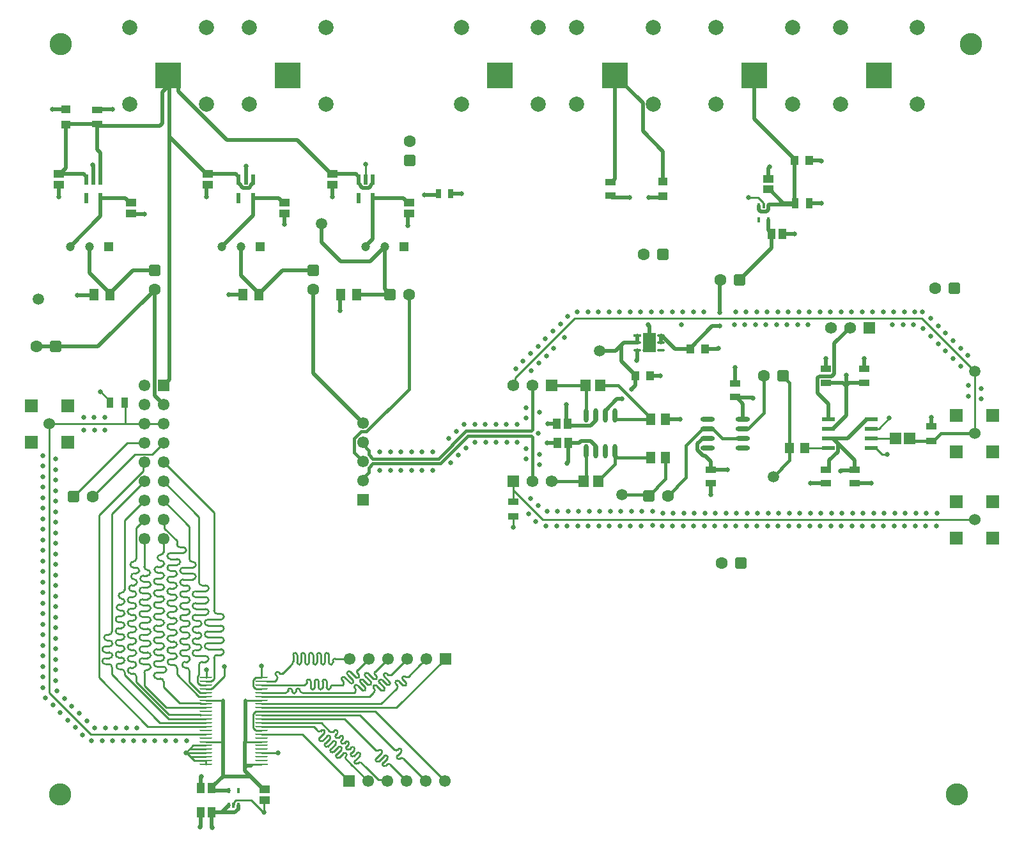
<source format=gtl>
G04*
G04 #@! TF.GenerationSoftware,Altium Limited,Altium Designer,22.7.1 (60)*
G04*
G04 Layer_Physical_Order=1*
G04 Layer_Color=255*
%FSLAX44Y44*%
%MOMM*%
G71*
G04*
G04 #@! TF.SameCoordinates,34B7A8A0-57E4-4CCA-9FD8-BF788A575D18*
G04*
G04*
G04 #@! TF.FilePolarity,Positive*
G04*
G01*
G75*
%ADD15C,0.1524*%
%ADD16C,0.2540*%
%ADD19R,1.0096X0.3811*%
G04:AMPARAMS|DCode=20|XSize=1.0096mm|YSize=0.3811mm|CornerRadius=0.1905mm|HoleSize=0mm|Usage=FLASHONLY|Rotation=0.000|XOffset=0mm|YOffset=0mm|HoleType=Round|Shape=RoundedRectangle|*
%AMROUNDEDRECTD20*
21,1,1.0096,0.0000,0,0,0.0*
21,1,0.6286,0.3811,0,0,0.0*
1,1,0.3811,0.3143,0.0000*
1,1,0.3811,-0.3143,0.0000*
1,1,0.3811,-0.3143,0.0000*
1,1,0.3811,0.3143,0.0000*
%
%ADD20ROUNDEDRECTD20*%
%ADD21R,1.0000X1.2500*%
%ADD22R,0.4000X0.7500*%
%ADD23R,1.1000X1.3500*%
G04:AMPARAMS|DCode=24|XSize=1.6554mm|YSize=0.2525mm|CornerRadius=0.1262mm|HoleSize=0mm|Usage=FLASHONLY|Rotation=180.000|XOffset=0mm|YOffset=0mm|HoleType=Round|Shape=RoundedRectangle|*
%AMROUNDEDRECTD24*
21,1,1.6554,0.0000,0,0,180.0*
21,1,1.4030,0.2525,0,0,180.0*
1,1,0.2525,-0.7015,0.0000*
1,1,0.2525,0.7015,0.0000*
1,1,0.2525,0.7015,0.0000*
1,1,0.2525,-0.7015,0.0000*
%
%ADD24ROUNDEDRECTD24*%
%ADD25R,1.6554X0.2525*%
%ADD26R,1.3500X1.1000*%
%ADD27R,1.7780X1.7780*%
%ADD28C,1.5240*%
%ADD29R,0.9500X1.4500*%
%ADD30R,1.3500X1.5500*%
%ADD31R,1.4000X0.9500*%
%ADD32R,1.6637X0.5334*%
%ADD33R,1.5000X1.5500*%
%ADD34R,1.2500X1.0000*%
%ADD35R,0.8000X1.2500*%
%ADD36R,1.4500X0.9500*%
%ADD37O,0.6000X1.9000*%
%ADD38R,1.2065X1.5082*%
%ADD39R,0.5080X1.3208*%
%ADD40R,0.9500X1.4000*%
%ADD41O,1.9000X0.6000*%
%ADD42R,1.2000X1.4500*%
%ADD43R,1.3061X1.5082*%
%ADD44R,1.7500X2.5000*%
%ADD56C,2.9464*%
%ADD60R,1.5700X1.5700*%
%ADD61C,1.5700*%
%ADD62R,3.3500X3.3500*%
%ADD63C,2.0000*%
%ADD64R,1.2000X1.2000*%
%ADD65C,1.2000*%
%ADD68C,0.2718*%
%ADD69C,0.5080*%
%ADD70C,0.3810*%
%ADD71C,0.4572*%
%ADD72C,1.5000*%
%ADD73R,1.5500X1.5500*%
%ADD74C,1.5500*%
%ADD75C,1.6000*%
G04:AMPARAMS|DCode=76|XSize=1.6mm|YSize=1.6mm|CornerRadius=0.4mm|HoleSize=0mm|Usage=FLASHONLY|Rotation=180.000|XOffset=0mm|YOffset=0mm|HoleType=Round|Shape=RoundedRectangle|*
%AMROUNDEDRECTD76*
21,1,1.6000,0.8000,0,0,180.0*
21,1,0.8000,1.6000,0,0,180.0*
1,1,0.8000,-0.4000,0.4000*
1,1,0.8000,0.4000,0.4000*
1,1,0.8000,0.4000,-0.4000*
1,1,0.8000,-0.4000,-0.4000*
%
%ADD76ROUNDEDRECTD76*%
G04:AMPARAMS|DCode=77|XSize=1.6mm|YSize=1.6mm|CornerRadius=0.4mm|HoleSize=0mm|Usage=FLASHONLY|Rotation=90.000|XOffset=0mm|YOffset=0mm|HoleType=Round|Shape=RoundedRectangle|*
%AMROUNDEDRECTD77*
21,1,1.6000,0.8000,0,0,90.0*
21,1,0.8000,1.6000,0,0,90.0*
1,1,0.8000,0.4000,0.4000*
1,1,0.8000,0.4000,-0.4000*
1,1,0.8000,-0.4000,-0.4000*
1,1,0.8000,-0.4000,0.4000*
%
%ADD77ROUNDEDRECTD77*%
%ADD78R,1.5500X1.5500*%
%ADD79C,0.6350*%
D15*
X252730Y866760D02*
X254000Y868030D01*
X429260Y721709D02*
X430181Y722630D01*
X102521Y721360D02*
X103791Y722630D01*
X152400Y829930D02*
X153020Y829310D01*
D16*
X659130Y463320D02*
X698270Y424180D01*
X1270000D01*
X325290Y169972D02*
X325298Y169980D01*
X314227Y166660D02*
X317539Y169972D01*
X314227Y148300D02*
Y166660D01*
Y148300D02*
X316603Y145924D01*
X317355D01*
X317539Y169972D02*
X325290D01*
X317355Y145924D02*
X318298Y144980D01*
X325298D01*
X476196Y169980D02*
X568198Y77978D01*
X325298Y169980D02*
X476196D01*
X347562Y114972D02*
X347726Y114808D01*
X325305Y114972D02*
X347562D01*
X325298Y114980D02*
X325305Y114972D01*
X328168Y36576D02*
X329184D01*
X312074Y52670D02*
X328168Y36576D01*
X291887Y52670D02*
X312074D01*
X289274Y50057D02*
X291887Y52670D01*
X289274Y46856D02*
Y50057D01*
X288544Y46126D02*
X289274Y46856D01*
X329184Y52690D02*
X329438Y52944D01*
X329184Y36576D02*
Y52690D01*
X317539Y214972D02*
X325290D01*
X314227Y211660D02*
X317539Y214972D01*
X314227Y203300D02*
X316603Y200924D01*
X314227Y203300D02*
Y211660D01*
X316603Y200924D02*
X317355D01*
X318298Y199980D01*
X325290Y214972D02*
X325298Y214980D01*
X318298Y199980D02*
X325298D01*
X325374Y214988D02*
Y230632D01*
X325298Y214980D02*
X325366D01*
X325374Y214988D01*
X276098Y216537D02*
Y229870D01*
X259733Y200924D02*
X260485D01*
X276098Y216537D01*
X258790Y199980D02*
X259733Y200924D01*
X251790Y199980D02*
X258790D01*
X252476Y214988D02*
Y225044D01*
X251790Y214980D02*
X252468D01*
X252476Y214988D01*
X251790Y129980D02*
X274140D01*
X274462Y130302D01*
X274252Y184980D02*
X274320Y184912D01*
X251790Y184980D02*
X274252D01*
X304360D02*
X325298D01*
X304038Y184658D02*
X304360Y184980D01*
X304086Y129980D02*
X325298D01*
X313332Y99972D02*
X325290D01*
X325298Y99980D01*
X311912Y98552D02*
X313332Y99972D01*
X226388Y114988D02*
X231396Y109980D01*
X251790D01*
X236396Y104980D02*
X251790D01*
X225806Y115570D02*
X226388Y114988D01*
X231396Y109980D02*
X236396Y104980D01*
X226388Y114988D02*
X251782D01*
X251790Y114980D01*
X231247Y119980D02*
X251790D01*
X235216Y124980D02*
X251790D01*
X225806Y115570D02*
X235216Y124980D01*
X251790Y99980D02*
Y104980D01*
X112130Y593852D02*
X124616Y581366D01*
X112014Y593852D02*
X112130D01*
X124616Y578866D02*
Y581366D01*
X659130Y463320D02*
Y474980D01*
Y447900D02*
Y463320D01*
Y601980D02*
X661648Y604498D01*
X740602Y690915D02*
X1200115D01*
X661648Y611962D02*
X740602Y690915D01*
X1200115D02*
X1270000Y621030D01*
X661648Y604498D02*
Y611962D01*
X1270000Y538480D02*
Y621030D01*
X1212850Y528730D02*
X1215350D01*
X1184000Y532130D02*
X1187400Y528730D01*
X989870Y840810D02*
Y844011D01*
X970280Y850900D02*
X982981D01*
X989870Y840810D02*
X990600Y840080D01*
X982981Y850900D02*
X989870Y844011D01*
X659130Y414020D02*
Y428400D01*
X1072790Y472440D02*
X1073150Y472080D01*
X1111250D02*
X1111610Y472440D01*
X1138809Y519430D02*
X1147699Y510540D01*
X1133158Y519430D02*
X1138809D01*
X1147699Y510540D02*
X1154430D01*
X1143000Y544830D02*
X1156970Y558800D01*
X1133158Y544830D02*
X1143000D01*
X1045050Y519430D02*
X1076643D01*
X1133158Y532130D02*
X1165500D01*
X463550Y874268D02*
Y895350D01*
D19*
X822960Y668020D02*
D03*
D20*
X854710D02*
D03*
Y658520D02*
D03*
Y649020D02*
D03*
X822960D02*
D03*
Y658520D02*
D03*
D21*
X913224Y649986D02*
D03*
X893224D02*
D03*
X840580Y614680D02*
D03*
X820580D02*
D03*
X1051400Y900430D02*
D03*
X1031400D02*
D03*
D22*
X282044Y65126D02*
D03*
X295044D02*
D03*
Y46126D02*
D03*
X288544D02*
D03*
X282044D02*
D03*
X997100Y840080D02*
D03*
X990600D02*
D03*
X984100D02*
D03*
Y821080D02*
D03*
X997100D02*
D03*
D23*
X258968Y68580D02*
D03*
X244968D02*
D03*
X258968Y36322D02*
D03*
X244968D02*
D03*
X717408Y525780D02*
D03*
X731408D02*
D03*
X716900Y551180D02*
D03*
X730900D02*
D03*
X1015380Y802640D02*
D03*
X1001380D02*
D03*
D24*
X251790Y99980D02*
D03*
Y104980D02*
D03*
Y109980D02*
D03*
Y114980D02*
D03*
Y119980D02*
D03*
Y124980D02*
D03*
Y129980D02*
D03*
Y134980D02*
D03*
Y139980D02*
D03*
Y144980D02*
D03*
Y149980D02*
D03*
Y154980D02*
D03*
Y159980D02*
D03*
Y164980D02*
D03*
Y169980D02*
D03*
Y174980D02*
D03*
Y179980D02*
D03*
Y184980D02*
D03*
Y189980D02*
D03*
Y194980D02*
D03*
Y199980D02*
D03*
Y204980D02*
D03*
Y209980D02*
D03*
Y214980D02*
D03*
X325298D02*
D03*
Y209980D02*
D03*
Y204980D02*
D03*
Y199980D02*
D03*
Y194980D02*
D03*
Y189980D02*
D03*
Y184980D02*
D03*
Y179980D02*
D03*
Y174980D02*
D03*
Y169980D02*
D03*
Y164980D02*
D03*
Y159980D02*
D03*
Y154980D02*
D03*
Y149980D02*
D03*
Y144980D02*
D03*
Y139980D02*
D03*
Y134980D02*
D03*
Y129980D02*
D03*
Y124980D02*
D03*
Y119980D02*
D03*
Y114980D02*
D03*
Y109980D02*
D03*
Y104980D02*
D03*
D25*
Y99980D02*
D03*
D26*
X329438Y66944D02*
D03*
Y52944D02*
D03*
X996950Y875680D02*
D03*
Y861680D02*
D03*
X520700Y829930D02*
D03*
Y843930D02*
D03*
X419100Y868030D02*
D03*
Y882030D02*
D03*
X254000Y868030D02*
D03*
Y882030D02*
D03*
X57150Y868030D02*
D03*
Y882030D02*
D03*
X355600Y843930D02*
D03*
Y829930D02*
D03*
X152400Y843930D02*
D03*
Y829930D02*
D03*
D27*
X1245870Y448310D02*
D03*
X1294130D02*
D03*
X1245870Y400050D02*
D03*
X1294130D02*
D03*
X1245870Y562610D02*
D03*
X1294130D02*
D03*
X1245870Y514350D02*
D03*
X1294130D02*
D03*
X68580Y527050D02*
D03*
X20320D02*
D03*
X68580Y575310D02*
D03*
X20320D02*
D03*
D28*
X1270000Y424180D02*
D03*
Y538480D02*
D03*
X44450Y551180D02*
D03*
D29*
X144116Y578866D02*
D03*
X124616D02*
D03*
D30*
X774290Y601980D02*
D03*
X754790D02*
D03*
X771750Y474980D02*
D03*
X752250D02*
D03*
D31*
X1123950Y605430D02*
D03*
Y623930D02*
D03*
X1073150Y605430D02*
D03*
Y623930D02*
D03*
X107950Y948330D02*
D03*
Y966830D02*
D03*
X787400Y871580D02*
D03*
Y853080D02*
D03*
X920750Y490580D02*
D03*
Y472080D02*
D03*
X952500Y586380D02*
D03*
Y604880D02*
D03*
X1111250Y490580D02*
D03*
Y472080D02*
D03*
X1073150Y490580D02*
D03*
Y472080D02*
D03*
D32*
X1133158Y519430D02*
D03*
Y532130D02*
D03*
Y544830D02*
D03*
Y557530D02*
D03*
X1076643D02*
D03*
Y544830D02*
D03*
Y532130D02*
D03*
Y519430D02*
D03*
D33*
X1184000Y532130D02*
D03*
X1165500D02*
D03*
D34*
X66040Y947580D02*
D03*
Y967580D02*
D03*
X857250Y872330D02*
D03*
Y852330D02*
D03*
D35*
X575690Y855980D02*
D03*
X559690D02*
D03*
D36*
X659130Y447900D02*
D03*
Y428400D02*
D03*
X1212850Y528730D02*
D03*
Y548230D02*
D03*
D37*
X755650Y514980D02*
D03*
X768350D02*
D03*
X781050D02*
D03*
X793750D02*
D03*
X755650Y561980D02*
D03*
X768350D02*
D03*
X781050D02*
D03*
X793750D02*
D03*
D38*
X321659Y722630D02*
D03*
X300641D02*
D03*
X124809D02*
D03*
X103791D02*
D03*
X430181D02*
D03*
X451199D02*
D03*
D39*
X314300Y874268D02*
D03*
X304800D02*
D03*
X295300D02*
D03*
Y850392D02*
D03*
X314300D02*
D03*
X473050Y874268D02*
D03*
X463550D02*
D03*
X454050D02*
D03*
Y850392D02*
D03*
X473050D02*
D03*
X112370Y874268D02*
D03*
X102870D02*
D03*
X93370D02*
D03*
Y850392D02*
D03*
X112370D02*
D03*
D40*
X1050650Y843280D02*
D03*
X1032150D02*
D03*
D41*
X963300Y519430D02*
D03*
Y532130D02*
D03*
Y544830D02*
D03*
Y557530D02*
D03*
X916300Y519430D02*
D03*
Y532130D02*
D03*
Y544830D02*
D03*
Y557530D02*
D03*
D42*
X1025050Y519430D02*
D03*
X1045050D02*
D03*
D43*
X841139Y506730D02*
D03*
X860661D02*
D03*
X841139Y557530D02*
D03*
X860661D02*
D03*
D44*
X838928Y658520D02*
D03*
D56*
X59436Y1054100D02*
D03*
X58674Y60452D02*
D03*
X1265174Y1054100D02*
D03*
X1246378Y60452D02*
D03*
D60*
X659130Y474980D02*
D03*
X1130300Y678180D02*
D03*
X709930Y601980D02*
D03*
D61*
X684530Y474980D02*
D03*
X709930D02*
D03*
X1079500Y678180D02*
D03*
X1104900D02*
D03*
X659130Y601980D02*
D03*
X684530D02*
D03*
D62*
X641350Y1012825D02*
D03*
X793750D02*
D03*
X977900D02*
D03*
X1143000D02*
D03*
X360172D02*
D03*
X201422D02*
D03*
D63*
X590550Y974725D02*
D03*
Y1076325D02*
D03*
X692150Y974725D02*
D03*
Y1076325D02*
D03*
X742950Y974725D02*
D03*
Y1076325D02*
D03*
X844550Y974725D02*
D03*
Y1076325D02*
D03*
X927100Y974725D02*
D03*
Y1076325D02*
D03*
X1028700Y974725D02*
D03*
Y1076325D02*
D03*
X1092200Y974725D02*
D03*
Y1076325D02*
D03*
X1193800Y974725D02*
D03*
Y1076325D02*
D03*
X309372Y974725D02*
D03*
Y1076325D02*
D03*
X410972Y974725D02*
D03*
Y1076325D02*
D03*
X150622Y974725D02*
D03*
Y1076325D02*
D03*
X252222Y974725D02*
D03*
Y1076325D02*
D03*
D64*
X514350Y786130D02*
D03*
X323850D02*
D03*
X123190D02*
D03*
D65*
X488950D02*
D03*
X463550D02*
D03*
X298450D02*
D03*
X273050D02*
D03*
X97790D02*
D03*
X72390D02*
D03*
D68*
X419600Y204980D02*
G03*
X416882Y202262I0J-2718D01*
G01*
X414253Y199222D02*
G03*
X416882Y201852I0J2629D01*
G01*
X411624D02*
G03*
X414253Y199222I2629J0D01*
G01*
X411624Y209971D02*
G03*
X408994Y212600I-2629J0D01*
G01*
X408994D02*
G03*
X406365Y209971I0J-2629D01*
G01*
X403736Y199222D02*
G03*
X406365Y201852I0J2629D01*
G01*
X401107D02*
G03*
X403736Y199222I2629J0D01*
G01*
X401107Y209971D02*
G03*
X398478Y212600I-2629J0D01*
G01*
X398478D02*
G03*
X395849Y209971I0J-2629D01*
G01*
X393219Y199222D02*
G03*
X395849Y201852I0J2629D01*
G01*
X390590D02*
G03*
X393219Y199222I2629J0D01*
G01*
X390590Y209971D02*
G03*
X387961Y212600I-2629J0D01*
G01*
X387961D02*
G03*
X385332Y209971I0J-2629D01*
G01*
X382613Y204980D02*
G03*
X385332Y207698I0J2718D01*
G01*
X349703Y220452D02*
G03*
X353548Y220452I1922J1922D01*
G01*
X348424Y221730D02*
G03*
X344706Y221730I-1859J-1859D01*
G01*
X344706Y221730D02*
G03*
X344706Y218012I1859J-1859D01*
G01*
X345985Y212889D02*
G03*
X345985Y216733I-1922J1922D01*
G01*
X516306Y216112D02*
G03*
X520150Y216112I1922J1922D01*
G01*
X516306Y216112D02*
G03*
X512588Y216112I-1859J-1859D01*
G01*
X512587Y216112D02*
G03*
X512588Y212394I1859J-1859D01*
G01*
X516412Y204851D02*
G03*
X516412Y208569I-1859J1859D01*
G01*
X512694Y204851D02*
G03*
X516412Y204851I1859J1859D01*
G01*
X507262Y210283D02*
G03*
X503544Y210283I-1859J-1859D01*
G01*
X503544Y210283D02*
G03*
X503544Y206565I1859J-1859D01*
G01*
X505151Y201113D02*
G03*
X505151Y204958I-1922J1922D01*
G01*
X493335Y218541D02*
G03*
X497179Y218541I1922J1922D01*
G01*
X491728Y220148D02*
G03*
X488009Y220148I-1859J-1859D01*
G01*
X488009Y220148D02*
G03*
X488009Y216430I1859J-1859D01*
G01*
X495067Y205653D02*
G03*
X495067Y209371I-1859J1859D01*
G01*
X491349Y205653D02*
G03*
X495067Y205653I1859J1859D01*
G01*
X485367Y211635D02*
G03*
X481649Y211635I-1859J-1859D01*
G01*
X481649Y211635D02*
G03*
X481649Y207917I1859J-1859D01*
G01*
X487631Y198217D02*
G03*
X487631Y201935I-1859J1859D01*
G01*
X483913Y198217D02*
G03*
X487631Y198217I1859J1859D01*
G01*
X477931Y204199D02*
G03*
X474213Y204199I-1859J-1859D01*
G01*
X474213Y204199D02*
G03*
X474213Y200480I1859J-1859D01*
G01*
X474743Y196105D02*
G03*
X474743Y199950I-1922J1922D01*
G01*
X376469Y197698D02*
G03*
X379187Y194980I2718J0D01*
G01*
X376469Y197891D02*
G03*
X373840Y200520I-2629J0D01*
G01*
X373840D02*
G03*
X371211Y197891I0J-2629D01*
G01*
X368581Y194222D02*
G03*
X371211Y196852I0J2629D01*
G01*
X365952D02*
G03*
X368581Y194222I2629J0D01*
G01*
X365952Y198108D02*
G03*
X363323Y200738I-2629J0D01*
G01*
X363323D02*
G03*
X360694Y198108I0J-2629D01*
G01*
X357975Y194980D02*
G03*
X360694Y197698I0J2718D01*
G01*
X475814Y222576D02*
G03*
X475814Y218731I1922J-1922D01*
G01*
X477421Y213406D02*
G03*
X477421Y217124I-1859J1859D01*
G01*
X473702Y213406D02*
G03*
X477420Y213406I1859J1859D01*
G01*
X466644Y220464D02*
G03*
X462926Y220464I-1859J-1859D01*
G01*
X462926Y220464D02*
G03*
X462926Y216746I1859J-1859D01*
G01*
X469984Y205970D02*
G03*
X469984Y209688I-1859J1859D01*
G01*
X466266Y205970D02*
G03*
X469984Y205970I1859J1859D01*
G01*
X460284Y211952D02*
G03*
X456566Y211952I-1859J-1859D01*
G01*
X456566Y211952D02*
G03*
X456566Y208233I1859J-1859D01*
G01*
X462547Y198533D02*
G03*
X462547Y202251I-1859J1859D01*
G01*
X458829Y198533D02*
G03*
X462547Y198533I1859J1859D01*
G01*
X452847Y204515D02*
G03*
X449129Y204515I-1859J-1859D01*
G01*
X449129Y204515D02*
G03*
X449129Y200797I1859J-1859D01*
G01*
X449660Y196422D02*
G03*
X449660Y200266I-1922J1922D01*
G01*
X422720Y240030D02*
G03*
X420002Y237312I0J-2718D01*
G01*
X417373Y232410D02*
G03*
X420002Y235039I0J2629D01*
G01*
X414743D02*
G03*
X417373Y232410I2629J0D01*
G01*
X414743Y245021D02*
G03*
X412114Y247650I-2629J0D01*
G01*
X412114D02*
G03*
X409485Y245021I0J-2629D01*
G01*
X406856Y232410D02*
G03*
X409485Y235039I0J2629D01*
G01*
X404227D02*
G03*
X406856Y232410I2629J0D01*
G01*
X404227Y245021D02*
G03*
X401597Y247650I-2629J0D01*
G01*
X401597D02*
G03*
X398968Y245021I0J-2629D01*
G01*
X396339Y232410D02*
G03*
X398968Y235039I0J2629D01*
G01*
X393710D02*
G03*
X396339Y232410I2629J0D01*
G01*
X393710Y245021D02*
G03*
X391081Y247650I-2629J0D01*
G01*
X391081D02*
G03*
X388451Y245021I0J-2629D01*
G01*
X385822Y232410D02*
G03*
X388451Y235039I0J2629D01*
G01*
X383193D02*
G03*
X385822Y232410I2629J0D01*
G01*
X383193Y245021D02*
G03*
X380564Y247650I-2629J0D01*
G01*
X380564D02*
G03*
X377935Y245021I0J-2629D01*
G01*
X375305Y232410D02*
G03*
X377935Y235039I0J2629D01*
G01*
X372676D02*
G03*
X375305Y232410I2629J0D01*
G01*
X372676Y245021D02*
G03*
X370047Y247650I-2629J0D01*
G01*
X370047D02*
G03*
X367418Y245021I0J-2629D01*
G01*
X366103Y233007D02*
G03*
X367418Y236181I-3174J3174D01*
G01*
X452496Y224659D02*
G03*
X452496Y220814I1922J-1922D01*
G01*
X454103Y215489D02*
G03*
X454103Y219207I-1859J1859D01*
G01*
X450385Y215489D02*
G03*
X454103Y215489I1859J1859D01*
G01*
X443327Y222547D02*
G03*
X439609Y222547I-1859J-1859D01*
G01*
X439609Y222547D02*
G03*
X439609Y218829I1859J-1859D01*
G01*
X446667Y208053D02*
G03*
X446667Y211771I-1859J1859D01*
G01*
X442949Y208053D02*
G03*
X446667Y208053I1859J1859D01*
G01*
X435891Y215111D02*
G03*
X432172Y215111I-1859J-1859D01*
G01*
X432172Y215111D02*
G03*
X432172Y211392I1859J-1859D01*
G01*
X433779Y205941D02*
G03*
X433779Y209786I-1922J1922D01*
G01*
X495515Y99861D02*
G03*
X491670Y99861I-1922J-1922D01*
G01*
X486432Y98342D02*
G03*
X490151Y98342I1859J1859D01*
G01*
X486432Y102060D02*
G03*
X486432Y98342I1859J-1859D01*
G01*
X491881Y107509D02*
G03*
X491881Y111227I-1859J1859D01*
G01*
X491881Y111227D02*
G03*
X488163Y111227I-1859J-1859D01*
G01*
X477387Y104169D02*
G03*
X481105Y104169I1859J1859D01*
G01*
X477387Y107887D02*
G03*
X477387Y104169I1859J-1859D01*
G01*
X484445Y114945D02*
G03*
X484445Y118664I-1859J1859D01*
G01*
X484445Y118664D02*
G03*
X480727Y118664I-1859J-1859D01*
G01*
X476797Y118579D02*
G03*
X480642Y118579I1922J1922D01*
G01*
X513003Y107773D02*
G03*
X509159Y107773I-1922J-1922D01*
G01*
X505440Y107773D02*
G03*
X509158Y107773I1859J1859D01*
G01*
X505440Y111491D02*
G03*
X505440Y107773I1859J-1859D01*
G01*
X510357Y116408D02*
G03*
X510357Y120126I-1859J1859D01*
G01*
X510357Y120126D02*
G03*
X506639Y120126I-1859J-1859D01*
G01*
X501722Y119054D02*
G03*
X505566Y119054I1922J1922D01*
G01*
X457558Y102056D02*
G03*
X453713Y102056I-1922J-1922D01*
G01*
X449258Y101318D02*
G03*
X452976Y101318I1859J1859D01*
G01*
X449257Y105036D02*
G03*
X449257Y101318I1859J-1859D01*
G01*
X455446Y111225D02*
G03*
X455446Y114944I-1859J1859D01*
G01*
X455446Y114944D02*
G03*
X451728Y114944I-1859J-1859D01*
G01*
X444413Y111346D02*
G03*
X448131Y111346I1859J1859D01*
G01*
X444412Y115064D02*
G03*
X444412Y111346I1859J-1859D01*
G01*
X448010Y118662D02*
G03*
X448010Y122380I-1859J1859D01*
G01*
X448010Y122380D02*
G03*
X444292Y122380I-1859J-1859D01*
G01*
X438166Y119973D02*
G03*
X441884Y119973I1859J1859D01*
G01*
X438166Y123691D02*
G03*
X438166Y119973I1859J-1859D01*
G01*
X440573Y126098D02*
G03*
X440573Y129817I-1859J1859D01*
G01*
X440573Y129817D02*
G03*
X436855Y129817I-1859J-1859D01*
G01*
X431467Y128147D02*
G03*
X435185Y128147I1859J1859D01*
G01*
X431467Y131865D02*
G03*
X431467Y128147I1859J-1859D01*
G01*
X433137Y133535D02*
G03*
X433137Y137253I-1859J1859D01*
G01*
X433137Y137253D02*
G03*
X429419Y137253I-1859J-1859D01*
G01*
X424031Y135583D02*
G03*
X427749Y135583I1859J1859D01*
G01*
X424031Y139301D02*
G03*
X424031Y135583I1859J-1859D01*
G01*
X425700Y140971D02*
G03*
X425700Y144690I-1859J1859D01*
G01*
X425700Y144690D02*
G03*
X421982Y144690I-1859J-1859D01*
G01*
X416531Y143083D02*
G03*
X420375Y143083I1922J1922D01*
G01*
X437558Y110863D02*
G03*
X437558Y107018I1922J-1922D01*
G01*
X437558Y110863D02*
G03*
X437558Y114581I-1859J1859D01*
G01*
X437558Y114581D02*
G03*
X433840Y114581I-1859J-1859D01*
G01*
X424722Y109181D02*
G03*
X428440Y109181I1859J1859D01*
G01*
X424722Y112900D02*
G03*
X424722Y109181I1859J-1859D01*
G01*
X430859Y119037D02*
G03*
X430859Y122755I-1859J1859D01*
G01*
X430859Y122755D02*
G03*
X427141Y122755I-1859J-1859D01*
G01*
X417234Y116566D02*
G03*
X420952Y116566I1859J1859D01*
G01*
X417234Y120284D02*
G03*
X417234Y116566I1859J-1859D01*
G01*
X423422Y126473D02*
G03*
X423422Y130191I-1859J1859D01*
G01*
X423422Y130192D02*
G03*
X419704Y130192I-1859J-1859D01*
G01*
X409797Y124003D02*
G03*
X413515Y124003I1859J1859D01*
G01*
X409797Y127721D02*
G03*
X409797Y124003I1859J-1859D01*
G01*
X415986Y133910D02*
G03*
X415986Y137628I-1859J1859D01*
G01*
X415986Y137628D02*
G03*
X412268Y137628I-1859J-1859D01*
G01*
X402361Y131439D02*
G03*
X406079Y131439I1859J1859D01*
G01*
X402360Y135157D02*
G03*
X402360Y131439I1859J-1859D01*
G01*
X408549Y141346D02*
G03*
X408549Y145064I-1859J1859D01*
G01*
X408549Y145064D02*
G03*
X404831Y145064I-1859J-1859D01*
G01*
X400249Y144327D02*
G03*
X404094Y144327I1922J1922D01*
G01*
X123355Y271834D02*
G03*
X127254Y275734I0J3899D01*
G01*
X120986Y271834D02*
G03*
X117087Y267935I0J-3899D01*
G01*
Y267935D02*
G03*
X120986Y264036I3899J0D01*
G01*
X128016Y260137D02*
G03*
X124117Y264036I-3899J0D01*
G01*
Y256238D02*
G03*
X128016Y260137I0J3899D01*
G01*
X118453Y256238D02*
G03*
X114554Y252339I0J-3899D01*
G01*
Y252339D02*
G03*
X118453Y248439I3899J0D01*
G01*
X128016Y244540D02*
G03*
X124117Y248439I-3899J0D01*
G01*
Y240641D02*
G03*
X128016Y244540I0J3899D01*
G01*
X118453Y240641D02*
G03*
X114554Y236742I0J-3899D01*
G01*
Y236742D02*
G03*
X118453Y232843I3899J0D01*
G01*
X127254Y228943D02*
G03*
X123355Y232843I-3899J0D01*
G01*
X140119Y327364D02*
G03*
X144018Y331263I0J3899D01*
G01*
X140119Y327364D02*
G03*
X136219Y323464I0J-3899D01*
G01*
Y323464D02*
G03*
X140119Y319565I3899J0D01*
G01*
X144018Y315666D02*
G03*
X140119Y319565I-3899J0D01*
G01*
Y311767D02*
G03*
X144018Y315666I0J3899D01*
G01*
X137493Y311767D02*
G03*
X133594Y307868I0J-3899D01*
G01*
Y307868D02*
G03*
X137493Y303968I3899J0D01*
G01*
X144018Y300069D02*
G03*
X140119Y303968I-3899J0D01*
G01*
Y296170D02*
G03*
X144018Y300069I0J3899D01*
G01*
X136158Y296170D02*
G03*
X132258Y292271I0J-3899D01*
G01*
Y292271D02*
G03*
X136158Y288372I3899J0D01*
G01*
X144018Y284472D02*
G03*
X140119Y288372I-3899J0D01*
G01*
Y280573D02*
G03*
X144018Y284472I0J3899D01*
G01*
X136158Y280573D02*
G03*
X132258Y276674I0J-3899D01*
G01*
Y276674D02*
G03*
X136158Y272775I3899J0D01*
G01*
X144018Y268876D02*
G03*
X140119Y272775I-3899J0D01*
G01*
Y264976D02*
G03*
X144018Y268876I0J3899D01*
G01*
X136158Y264976D02*
G03*
X132258Y261077I0J-3899D01*
G01*
Y261077D02*
G03*
X136158Y257178I3899J0D01*
G01*
X144018Y253279D02*
G03*
X140119Y257178I-3899J0D01*
G01*
Y249380D02*
G03*
X144018Y253279I0J3899D01*
G01*
X136158Y249380D02*
G03*
X132258Y245480I0J-3899D01*
G01*
Y245480D02*
G03*
X136158Y241581I3899J0D01*
G01*
X144018Y237682D02*
G03*
X140119Y241581I-3899J0D01*
G01*
Y233783D02*
G03*
X144018Y237682I0J3899D01*
G01*
X137228Y233783D02*
G03*
X133329Y229884I0J-3899D01*
G01*
Y229884D02*
G03*
X137228Y225984I3899J0D01*
G01*
X144018Y222085D02*
G03*
X140119Y225984I-3899J0D01*
G01*
X155648Y368566D02*
G03*
X159547Y372465I0J3899D01*
G01*
X155647Y368566D02*
G03*
X151748Y364667I0J-3899D01*
G01*
Y364667D02*
G03*
X155647Y360767I3899J0D01*
G01*
X163446Y356868D02*
G03*
X159547Y360767I-3899J0D01*
G01*
Y352969D02*
G03*
X163446Y356868I0J3899D01*
G01*
X156731Y352969D02*
G03*
X152832Y349070I0J-3899D01*
G01*
Y349070D02*
G03*
X156731Y345171I3899J0D01*
G01*
X160630Y341272D02*
G03*
X156731Y345171I-3899J0D01*
G01*
Y337372D02*
G03*
X160630Y341272I0J3899D01*
G01*
X153896Y337372D02*
G03*
X149997Y333473I0J-3899D01*
G01*
Y333473D02*
G03*
X153896Y329574I3899J0D01*
G01*
X159547Y325675D02*
G03*
X155648Y329574I-3899J0D01*
G01*
Y321776D02*
G03*
X159547Y325675I0J3899D01*
G01*
X152160Y321776D02*
G03*
X148260Y317876I0J-3899D01*
G01*
Y317876D02*
G03*
X152160Y313977I3899J0D01*
G01*
X159547Y310078D02*
G03*
X155648Y313977I-3899J0D01*
G01*
Y306179D02*
G03*
X159547Y310078I0J3899D01*
G01*
X152160Y306179D02*
G03*
X148260Y302280I0J-3899D01*
G01*
Y302279D02*
G03*
X152160Y298380I3899J0D01*
G01*
X159547Y294481D02*
G03*
X155648Y298380I-3899J0D01*
G01*
Y290582D02*
G03*
X159547Y294481I0J3899D01*
G01*
X152160Y290582D02*
G03*
X148260Y286683I0J-3899D01*
G01*
Y286683D02*
G03*
X152160Y282784I3899J0D01*
G01*
X159547Y278884D02*
G03*
X155648Y282784I-3899J0D01*
G01*
Y274985D02*
G03*
X159547Y278884I0J3899D01*
G01*
X152160Y274985D02*
G03*
X148260Y271086I0J-3899D01*
G01*
Y271086D02*
G03*
X152160Y267187I3899J0D01*
G01*
X159547Y263288D02*
G03*
X155648Y267187I-3899J0D01*
G01*
Y259388D02*
G03*
X159547Y263288I0J3899D01*
G01*
X152160Y259388D02*
G03*
X148260Y255489I0J-3899D01*
G01*
Y255489D02*
G03*
X152160Y251590I3899J0D01*
G01*
X159547Y247691D02*
G03*
X155648Y251590I-3899J0D01*
G01*
Y243792D02*
G03*
X159547Y247691I0J3899D01*
G01*
X152160Y243792D02*
G03*
X148260Y239893I0J-3899D01*
G01*
Y239893D02*
G03*
X152160Y235993I3899J0D01*
G01*
X159547Y232094D02*
G03*
X155648Y235993I-3899J0D01*
G01*
Y228195D02*
G03*
X159547Y232094I0J3899D01*
G01*
X152160Y228195D02*
G03*
X148260Y224296I0J-3899D01*
G01*
Y224296D02*
G03*
X152160Y220396I3899J0D01*
G01*
X159547Y216497D02*
G03*
X155648Y220396I-3899J0D01*
G01*
X170180Y361619D02*
G03*
X174079Y357719I3899J0D01*
G01*
X177979Y353820D02*
G03*
X174079Y357719I-3899J0D01*
G01*
Y349921D02*
G03*
X177979Y353820I0J3899D01*
G01*
X168772Y349921D02*
G03*
X164873Y346022I0J-3899D01*
G01*
Y346022D02*
G03*
X168772Y342123I3899J0D01*
G01*
X178638Y338223D02*
G03*
X174738Y342123I-3899J0D01*
G01*
Y334324D02*
G03*
X178638Y338223I0J3899D01*
G01*
X167688Y334324D02*
G03*
X163789Y330425I0J-3899D01*
G01*
Y330425D02*
G03*
X167688Y326526I3899J0D01*
G01*
X178638Y322627D02*
G03*
X174738Y326526I-3899J0D01*
G01*
Y318727D02*
G03*
X178638Y322627I0J3899D01*
G01*
X167688Y318727D02*
G03*
X163789Y314828I0J-3899D01*
G01*
Y314828D02*
G03*
X167688Y310929I3899J0D01*
G01*
X178638Y307030D02*
G03*
X174738Y310929I-3899J0D01*
G01*
Y303131D02*
G03*
X178638Y307030I0J3899D01*
G01*
X167688Y303131D02*
G03*
X163789Y299232I0J-3899D01*
G01*
Y299231D02*
G03*
X167688Y295332I3899J0D01*
G01*
X178638Y291433D02*
G03*
X174738Y295332I-3899J0D01*
G01*
Y287534D02*
G03*
X178638Y291433I0J3899D01*
G01*
X167688Y287534D02*
G03*
X163789Y283635I0J-3899D01*
G01*
Y283635D02*
G03*
X167688Y279736I3899J0D01*
G01*
X178638Y275836D02*
G03*
X174738Y279736I-3899J0D01*
G01*
Y271937D02*
G03*
X178638Y275836I0J3899D01*
G01*
X167688Y271937D02*
G03*
X163789Y268038I0J-3899D01*
G01*
Y268038D02*
G03*
X167688Y264139I3899J0D01*
G01*
X178638Y260240D02*
G03*
X174738Y264139I-3899J0D01*
G01*
Y256340D02*
G03*
X178638Y260240I0J3899D01*
G01*
X167688Y256340D02*
G03*
X163789Y252441I0J-3899D01*
G01*
Y252441D02*
G03*
X167688Y248542I3899J0D01*
G01*
X178638Y244643D02*
G03*
X174738Y248542I-3899J0D01*
G01*
Y240744D02*
G03*
X178638Y244643I0J3899D01*
G01*
X167688Y240744D02*
G03*
X163789Y236845I0J-3899D01*
G01*
Y236845D02*
G03*
X167688Y232945I3899J0D01*
G01*
X178638Y229046D02*
G03*
X174738Y232945I-3899J0D01*
G01*
Y225147D02*
G03*
X178638Y229046I0J3899D01*
G01*
X174079Y225147D02*
G03*
X170180Y221248I0J-3899D01*
G01*
X191681Y377531D02*
G03*
X195580Y381430I0J3899D01*
G01*
X191681Y377531D02*
G03*
X187781Y373632I0J-3899D01*
G01*
Y373632D02*
G03*
X191681Y369733I3899J0D01*
G01*
X196418Y365834D02*
G03*
X192518Y369733I-3899J0D01*
G01*
Y361934D02*
G03*
X196418Y365834I0J3899D01*
G01*
X187672Y361934D02*
G03*
X183772Y358035I0J-3899D01*
G01*
Y358035D02*
G03*
X187672Y354136I3899J0D01*
G01*
X196418Y350237D02*
G03*
X192518Y354136I-3899J0D01*
G01*
Y346338D02*
G03*
X196418Y350237I0J3899D01*
G01*
X186779Y346338D02*
G03*
X182880Y342438I0J-3899D01*
G01*
Y342438D02*
G03*
X186779Y338539I3899J0D01*
G01*
X196418Y334640D02*
G03*
X192518Y338539I-3899J0D01*
G01*
Y330741D02*
G03*
X196418Y334640I0J3899D01*
G01*
X186779Y330741D02*
G03*
X182880Y326842I0J-3899D01*
G01*
Y326842D02*
G03*
X186779Y322942I3899J0D01*
G01*
X196418Y319043D02*
G03*
X192518Y322942I-3899J0D01*
G01*
Y315144D02*
G03*
X196418Y319043I0J3899D01*
G01*
X186779Y315144D02*
G03*
X182880Y311245I0J-3899D01*
G01*
Y311245D02*
G03*
X186779Y307346I3899J0D01*
G01*
X196418Y303447D02*
G03*
X192518Y307346I-3899J0D01*
G01*
Y299547D02*
G03*
X196418Y303447I0J3899D01*
G01*
X186779Y299547D02*
G03*
X182880Y295648I0J-3899D01*
G01*
Y295648D02*
G03*
X186779Y291749I3899J0D01*
G01*
X196418Y287850D02*
G03*
X192518Y291749I-3899J0D01*
G01*
Y283951D02*
G03*
X196418Y287850I0J3899D01*
G01*
X186779Y283951D02*
G03*
X182880Y280051I0J-3899D01*
G01*
Y280051D02*
G03*
X186779Y276152I3899J0D01*
G01*
X196418Y272253D02*
G03*
X192518Y276152I-3899J0D01*
G01*
Y268354D02*
G03*
X196418Y272253I0J3899D01*
G01*
X186779Y268354D02*
G03*
X182880Y264455I0J-3899D01*
G01*
Y264454D02*
G03*
X186779Y260555I3899J0D01*
G01*
X196418Y256656D02*
G03*
X192518Y260555I-3899J0D01*
G01*
Y252757D02*
G03*
X196418Y256656I0J3899D01*
G01*
X186779Y252757D02*
G03*
X182880Y248858I0J-3899D01*
G01*
Y248858D02*
G03*
X186779Y244959I3899J0D01*
G01*
X196628Y241059D02*
G03*
X192728Y244959I-3899J0D01*
G01*
Y237160D02*
G03*
X196628Y241059I0J3899D01*
G01*
X186779Y237160D02*
G03*
X182880Y233261I0J-3899D01*
G01*
Y233261D02*
G03*
X186779Y229362I3899J0D01*
G01*
X199497Y225463D02*
G03*
X195598Y229362I-3899J0D01*
G01*
Y221563D02*
G03*
X199497Y225463I0J3899D01*
G01*
X186779Y221563D02*
G03*
X182880Y217664I0J-3899D01*
G01*
Y217664D02*
G03*
X186779Y213765I3899J0D01*
G01*
X195580Y209866D02*
G03*
X191681Y213765I-3899J0D01*
G01*
X213360Y227806D02*
G03*
X209461Y231705I-3899J0D01*
G01*
X200870Y235604D02*
G03*
X204769Y231705I3899J0D01*
G01*
Y239503D02*
G03*
X200870Y235604I0J-3899D01*
G01*
X209461Y239503D02*
G03*
X213360Y243402I0J3899D01*
G01*
Y243402D02*
G03*
X209461Y247302I-3899J0D01*
G01*
X200660Y251201D02*
G03*
X204559Y247302I3899J0D01*
G01*
Y255100D02*
G03*
X200660Y251201I0J-3899D01*
G01*
X209461Y255100D02*
G03*
X213360Y258999I0J3899D01*
G01*
Y258999D02*
G03*
X209461Y262898I-3899J0D01*
G01*
X200660Y266798D02*
G03*
X204559Y262898I3899J0D01*
G01*
Y270697D02*
G03*
X200660Y266798I0J-3899D01*
G01*
X209461Y270697D02*
G03*
X213360Y274596I0J3899D01*
G01*
Y274596D02*
G03*
X209461Y278495I-3899J0D01*
G01*
X200660Y282394D02*
G03*
X204559Y278495I3899J0D01*
G01*
Y286294D02*
G03*
X200660Y282394I0J-3899D01*
G01*
X209461Y286294D02*
G03*
X213360Y290193I0J3899D01*
G01*
Y290193D02*
G03*
X209461Y294092I-3899J0D01*
G01*
X200660Y297991D02*
G03*
X204559Y294092I3899J0D01*
G01*
Y301890D02*
G03*
X200660Y297991I0J-3899D01*
G01*
X209461Y301890D02*
G03*
X213360Y305790I0J3899D01*
G01*
Y305790D02*
G03*
X209461Y309689I-3899J0D01*
G01*
X200660Y313588D02*
G03*
X204559Y309689I3899J0D01*
G01*
Y317487D02*
G03*
X200660Y313588I0J-3899D01*
G01*
X209461Y317487D02*
G03*
X213360Y321386I0J3899D01*
G01*
Y321386D02*
G03*
X209461Y325285I-3899J0D01*
G01*
X200660Y329185D02*
G03*
X204559Y325285I3899J0D01*
G01*
Y333084D02*
G03*
X200660Y329185I0J-3899D01*
G01*
X209461Y333084D02*
G03*
X213360Y336983I0J3899D01*
G01*
Y336983D02*
G03*
X209461Y340882I-3899J0D01*
G01*
X200660Y344781D02*
G03*
X204559Y340882I3899J0D01*
G01*
Y348681D02*
G03*
X200660Y344781I0J-3899D01*
G01*
X209461Y348681D02*
G03*
X213360Y352580I0J3899D01*
G01*
Y352580D02*
G03*
X209461Y356479I-3899J0D01*
G01*
X200660Y360378D02*
G03*
X204559Y356479I3899J0D01*
G01*
Y364277D02*
G03*
X200660Y360378I0J-3899D01*
G01*
X213912Y364277D02*
G03*
X217811Y368176I0J3899D01*
G01*
Y368177D02*
G03*
X213912Y372076I-3899J0D01*
G01*
X200660Y375975D02*
G03*
X204559Y372076I3899J0D01*
G01*
Y379874D02*
G03*
X200660Y375975I0J-3899D01*
G01*
X221728Y379874D02*
G03*
X225628Y383773I0J3899D01*
G01*
Y383773D02*
G03*
X221728Y387673I-3899J0D01*
G01*
X213360Y391572D02*
G03*
X217259Y387673I3899J0D01*
G01*
X229870Y224105D02*
G03*
X225971Y228005I-3899J0D01*
G01*
X220384Y231904D02*
G03*
X224283Y228005I3899J0D01*
G01*
Y235803D02*
G03*
X220384Y231904I0J-3899D01*
G01*
X226815Y235803D02*
G03*
X230714Y239702I0J3899D01*
G01*
Y239702D02*
G03*
X226815Y243601I-3899J0D01*
G01*
X217602Y247500D02*
G03*
X221502Y243601I3899J0D01*
G01*
Y251400D02*
G03*
X217602Y247500I0J-3899D01*
G01*
X226670Y251400D02*
G03*
X230569Y255299I0J3899D01*
G01*
Y255299D02*
G03*
X226670Y259198I-3899J0D01*
G01*
X217602Y263097D02*
G03*
X221502Y259198I3899J0D01*
G01*
Y266996D02*
G03*
X217602Y263097I0J-3899D01*
G01*
X226670Y266996D02*
G03*
X230569Y270896I0J3899D01*
G01*
Y270896D02*
G03*
X226670Y274795I-3899J0D01*
G01*
X217602Y278694D02*
G03*
X221502Y274795I3899J0D01*
G01*
Y282593D02*
G03*
X217602Y278694I0J-3899D01*
G01*
X226670Y282593D02*
G03*
X230569Y286492I0J3899D01*
G01*
Y286493D02*
G03*
X226670Y290392I-3899J0D01*
G01*
X217602Y294291D02*
G03*
X221502Y290392I3899J0D01*
G01*
Y298190D02*
G03*
X217602Y294291I0J-3899D01*
G01*
X226670Y298190D02*
G03*
X230569Y302089I0J3899D01*
G01*
Y302089D02*
G03*
X226670Y305988I-3899J0D01*
G01*
X217602Y309888D02*
G03*
X221502Y305988I3899J0D01*
G01*
Y313787D02*
G03*
X217602Y309888I0J-3899D01*
G01*
X226670Y313787D02*
G03*
X230569Y317686I0J3899D01*
G01*
Y317686D02*
G03*
X226670Y321585I-3899J0D01*
G01*
X217602Y325484D02*
G03*
X221502Y321585I3899J0D01*
G01*
Y329384D02*
G03*
X217602Y325484I0J-3899D01*
G01*
X226670Y329384D02*
G03*
X230569Y333283I0J3899D01*
G01*
Y333283D02*
G03*
X226670Y337182I-3899J0D01*
G01*
X217602Y341081D02*
G03*
X221502Y337182I3899J0D01*
G01*
Y344980D02*
G03*
X217602Y341081I0J-3899D01*
G01*
X234675Y344980D02*
G03*
X238574Y348880I0J3899D01*
G01*
Y348880D02*
G03*
X234675Y352779I-3899J0D01*
G01*
X217602Y356678D02*
G03*
X221502Y352779I3899J0D01*
G01*
Y360577D02*
G03*
X217602Y356678I0J-3899D01*
G01*
X234675Y360577D02*
G03*
X238574Y364476I0J3899D01*
G01*
Y364476D02*
G03*
X234675Y368376I-3899J0D01*
G01*
X229870Y372275D02*
G03*
X233769Y368376I3899J0D01*
G01*
X246715Y235755D02*
G03*
X242816Y231855I0J-3899D01*
G01*
X251617Y235755D02*
G03*
X255516Y239654I0J3899D01*
G01*
Y239654D02*
G03*
X251617Y243553I-3899J0D01*
G01*
X234112Y247452D02*
G03*
X238012Y243553I3899J0D01*
G01*
Y251351D02*
G03*
X234112Y247452I0J-3899D01*
G01*
X242109Y251351D02*
G03*
X246008Y255250I0J3899D01*
G01*
Y255250D02*
G03*
X242109Y259150I-3899J0D01*
G01*
X234112Y263049D02*
G03*
X238012Y259150I3899J0D01*
G01*
Y266948D02*
G03*
X234112Y263049I0J-3899D01*
G01*
X242109Y266948D02*
G03*
X246008Y270847I0J3899D01*
G01*
Y270847D02*
G03*
X242109Y274746I-3899J0D01*
G01*
X234112Y278646D02*
G03*
X238012Y274746I3899J0D01*
G01*
Y282545D02*
G03*
X234112Y278646I0J-3899D01*
G01*
X242109Y282545D02*
G03*
X246008Y286444I0J3899D01*
G01*
Y286444D02*
G03*
X242109Y290343I-3899J0D01*
G01*
X234112Y294242D02*
G03*
X238012Y290343I3899J0D01*
G01*
Y298142D02*
G03*
X234112Y294242I0J-3899D01*
G01*
X251617Y298142D02*
G03*
X255516Y302041I0J3899D01*
G01*
Y302041D02*
G03*
X251617Y305940I-3899J0D01*
G01*
X234112Y309839D02*
G03*
X238012Y305940I3899J0D01*
G01*
Y313738D02*
G03*
X234112Y309839I0J-3899D01*
G01*
X251617Y313738D02*
G03*
X255516Y317638I0J3899D01*
G01*
Y317638D02*
G03*
X251617Y321537I-3899J0D01*
G01*
X234112Y325436D02*
G03*
X238012Y321537I3899J0D01*
G01*
Y329335D02*
G03*
X234112Y325436I0J-3899D01*
G01*
X251617Y329335D02*
G03*
X255516Y333234I0J3899D01*
G01*
Y333234D02*
G03*
X251617Y337133I-3899J0D01*
G01*
X242816Y341033D02*
G03*
X246715Y337133I3899J0D01*
G01*
X266535Y244953D02*
G03*
X262636Y241054I0J-3899D01*
G01*
X271751Y244953D02*
G03*
X275651Y248852I0J3899D01*
G01*
Y248852D02*
G03*
X271751Y252751I-3899J0D01*
G01*
X250250Y256650D02*
G03*
X254150Y252751I3899J0D01*
G01*
Y260550D02*
G03*
X250250Y256650I0J-3899D01*
G01*
X271751Y260550D02*
G03*
X275651Y264449I0J3899D01*
G01*
Y264449D02*
G03*
X271751Y268348I-3899J0D01*
G01*
X250250Y272247D02*
G03*
X254150Y268348I3899J0D01*
G01*
Y276146D02*
G03*
X250250Y272247I0J-3899D01*
G01*
X271751Y276146D02*
G03*
X275651Y280046I0J3899D01*
G01*
Y280046D02*
G03*
X271751Y283945I-3899J0D01*
G01*
X250250Y287844D02*
G03*
X254150Y283945I3899J0D01*
G01*
Y291743D02*
G03*
X250250Y287844I0J-3899D01*
G01*
X271751Y291743D02*
G03*
X275651Y295642I0J3899D01*
G01*
Y295642D02*
G03*
X271751Y299541I-3899J0D01*
G01*
X262636Y303441D02*
G03*
X266535Y299541I3899J0D01*
G01*
X325298Y164980D02*
X455796D01*
X500761Y120015D01*
X325298Y159980D02*
X435396D01*
X475836Y119540D01*
X325298Y174980D02*
X504418D01*
X569468Y240030D01*
X404634Y154980D02*
X415570Y144044D01*
X325298Y154980D02*
X404634D01*
X394596Y149980D02*
X399288Y145288D01*
X325298Y149980D02*
X394596D01*
X419600Y204980D02*
X428752D01*
X416882Y201852D02*
Y202262D01*
X414253Y199222D02*
X414253D01*
X411624Y201852D02*
Y209971D01*
X408994Y212600D02*
X408994D01*
X406365Y201852D02*
Y209971D01*
X403736Y199222D02*
X403736D01*
X401107Y201852D02*
Y209971D01*
X398478Y212600D02*
X398478D01*
X395849Y201852D02*
Y209971D01*
X393219Y199222D02*
X393219D01*
X390590Y201852D02*
Y209971D01*
X387961Y212600D02*
X387961D01*
X385332Y207698D02*
Y209971D01*
X381254Y204980D02*
X382613D01*
X353548Y220452D02*
X364615Y231519D01*
X349703Y220452D02*
X349703Y220452D01*
X348424Y221730D02*
X349703Y220452D01*
X344706Y221730D02*
X344706Y221730D01*
X344706Y218012D02*
X345985Y216733D01*
X345024Y211928D02*
X345985Y212889D01*
X364615Y231519D02*
X364744Y231648D01*
X343173Y210077D02*
X345024Y211928D01*
X520150Y216112D02*
X535686Y231648D01*
X516306Y216112D02*
X516306Y216112D01*
X516306Y216112D02*
X516306Y216112D01*
X512587Y216112D02*
X512588Y216112D01*
X512587Y212394D02*
X516412Y208569D01*
X516412Y204851D02*
X516412Y204851D01*
X507262Y210283D02*
X512694Y204851D01*
X503544Y210283D02*
X503544Y210283D01*
X503544Y206565D02*
X505151Y204958D01*
X504190Y200152D02*
X505151Y201113D01*
X535686Y231648D02*
X544068Y240030D01*
X484018Y179980D02*
X504190Y200152D01*
X497179Y218541D02*
X510540Y231902D01*
X493335Y218541D02*
X493335Y218541D01*
X491728Y220148D02*
X493335Y218541D01*
X488009Y220148D02*
X488009Y220148D01*
X488009Y216430D02*
X495067Y209371D01*
X495067Y205653D02*
X495067Y205653D01*
X485367Y211635D02*
X491349Y205653D01*
X481649Y211635D02*
X481649Y211635D01*
X481649Y207917D02*
X487631Y201935D01*
X487631Y198217D02*
X487631Y198217D01*
X477931Y204199D02*
X483913Y198217D01*
X474213Y204199D02*
X474213Y204199D01*
X474213Y200480D02*
X474743Y199950D01*
X473782Y195144D02*
X474743Y196105D01*
X510540Y231902D02*
X518668Y240030D01*
X468618Y189980D02*
X473782Y195144D01*
X379187Y194980D02*
X444754D01*
X376469Y197698D02*
Y197891D01*
X373840Y200520D02*
X373840D01*
X371211Y196852D02*
Y197891D01*
X368581Y194222D02*
X368581D01*
X365952Y196852D02*
Y198108D01*
X363323Y200738D02*
X363323D01*
X360694Y197698D02*
Y198108D01*
X356616Y194980D02*
X357975D01*
X444754D02*
X448218D01*
X325298D02*
X356616D01*
X475814Y222576D02*
X480822Y227584D01*
X475814Y218731D02*
X475814Y218731D01*
X477421Y217124D01*
X477420Y213406D02*
X477421Y213406D01*
X466644Y220464D02*
X473702Y213406D01*
X462926Y220464D02*
X462926Y220464D01*
X462926Y216746D02*
X469984Y209688D01*
X469984Y205970D02*
X469984Y205970D01*
X460284Y211952D02*
X466266Y205970D01*
X456566Y211952D02*
X456566Y211952D01*
X456566Y208233D02*
X462547Y202251D01*
X462547Y198533D02*
X462547Y198533D01*
X452847Y204515D02*
X458829Y198533D01*
X449129Y204515D02*
X449129Y204515D01*
X449129Y200797D02*
X449660Y200266D01*
X448699Y195461D02*
X449660Y196422D01*
X480822Y227584D02*
X493268Y240030D01*
X448218Y194980D02*
X448699Y195461D01*
X428752Y204980D02*
X432818D01*
X325298D02*
X381254D01*
X422720Y240030D02*
X427228D01*
X420002Y235039D02*
Y237312D01*
X417373Y232410D02*
X417373D01*
X414743Y235039D02*
Y245021D01*
X412114Y247650D02*
X412114D01*
X409485Y235039D02*
Y245021D01*
X406856Y232410D02*
X406856D01*
X404227Y235039D02*
Y245021D01*
X401597Y247650D02*
X401597D01*
X398968Y235039D02*
Y245021D01*
X396339Y232410D02*
X396339D01*
X393710Y235039D02*
Y245021D01*
X391081Y247650D02*
X391081D01*
X388451Y235039D02*
Y245021D01*
X385822Y232410D02*
X385822D01*
X383193Y235039D02*
Y245021D01*
X380564Y247650D02*
X380564D01*
X377935Y235039D02*
Y245021D01*
X375305Y232410D02*
X375305D01*
X372676Y235039D02*
Y245021D01*
X370047Y247650D02*
X370047D01*
X367418Y236181D02*
Y245021D01*
X364744Y231648D02*
X366103Y233007D01*
X427228Y240030D02*
X442468D01*
X332216Y210077D02*
X343173D01*
X452496Y224659D02*
X458343Y230505D01*
X452496Y220814D02*
X452496Y220814D01*
X454103Y219207D01*
X454103Y215489D02*
X454103Y215489D01*
X443327Y222547D02*
X450385Y215489D01*
X439609Y222547D02*
X439609Y222547D01*
X439609Y218829D02*
X446667Y211771D01*
X446667Y208053D02*
X446667Y208053D01*
X435891Y215111D02*
X442949Y208053D01*
X432172Y215111D02*
X432172Y215111D01*
X432172Y211392D02*
X433779Y209786D01*
X432818Y204980D02*
X433779Y205941D01*
X458343Y230505D02*
X467868Y240030D01*
X504085Y91291D02*
X505046Y90330D01*
X495515Y99861D02*
X504085Y91291D01*
X490151Y98342D02*
X491670Y99861D01*
X486432Y98342D02*
X486432Y98342D01*
X486432Y98342D02*
X486432Y98342D01*
X486432D02*
X486432Y98342D01*
Y102060D02*
X491881Y107509D01*
X491881D02*
X491881D01*
X491881Y111227D02*
X491881Y111227D01*
X481105Y104169D02*
X488163Y111227D01*
X481105Y104169D02*
X481105D01*
X477387Y104169D02*
X477387Y104169D01*
X477387Y104169D02*
X477387Y104169D01*
X477387D02*
X477387Y104169D01*
Y107887D02*
X484445Y114945D01*
X484445D02*
X484445D01*
X484445Y118664D02*
X484445Y118664D01*
X480642Y118579D02*
X480727Y118664D01*
X476797Y118579D02*
X476797Y118579D01*
X476797Y118579D02*
X476797Y118579D01*
X475836Y119540D02*
X476797Y118579D01*
X505046Y90330D02*
X517398Y77978D01*
X518977Y101799D02*
X519938Y100838D01*
X513003Y107773D02*
X518977Y101799D01*
X509158Y107773D02*
X509159Y107773D01*
X505440Y107773D02*
X505440Y107773D01*
X505440Y107773D02*
X505440Y107773D01*
X505440D02*
X505440Y107773D01*
Y111491D02*
X510357Y116408D01*
Y120126D02*
X510357Y120126D01*
X505566Y119054D02*
X506639Y120126D01*
X501722Y119054D02*
X501722Y119054D01*
X501722Y119054D02*
X501722Y119054D01*
X500761Y120015D02*
X501722Y119054D01*
X519938Y100838D02*
X542798Y77978D01*
X463250Y96364D02*
X464211Y95403D01*
X457558Y102056D02*
X463250Y96364D01*
X452976Y101318D02*
X453713Y102056D01*
X452976Y101318D02*
X452976D01*
X449257Y101318D02*
X449258Y101318D01*
X449257Y101318D02*
X449258Y101318D01*
X449257D02*
X449257Y101318D01*
Y105036D02*
X455446Y111225D01*
X455446D02*
X455446D01*
X455446Y114944D02*
X455446Y114944D01*
X448131Y111346D02*
X451728Y114944D01*
X448131Y111346D02*
X448131D01*
X444413Y111346D02*
X444413Y111346D01*
X444412Y111346D02*
X444413Y111346D01*
X444412Y111346D02*
X444412Y111346D01*
Y115064D02*
X448010Y118662D01*
X448010D02*
X448010D01*
X448010Y122380D02*
X448010Y122380D01*
X441884Y119973D02*
X444292Y122380D01*
X441884Y119973D02*
X441884D01*
X438166Y119973D02*
X438166Y119973D01*
X438166Y119973D02*
X438166Y119973D01*
X438166D02*
X438166Y119973D01*
Y123691D02*
X440573Y126098D01*
X440573D02*
X440573D01*
X440573Y129817D02*
X440573Y129817D01*
X435185Y128147D02*
X436855Y129817D01*
X435185Y128147D02*
X435185D01*
X431467Y128147D02*
X431467Y128147D01*
X431467Y128147D02*
X431467Y128147D01*
X431467D02*
X431467Y128147D01*
Y131865D02*
X433137Y133535D01*
X433137D02*
X433137D01*
X433137Y137253D02*
X433137Y137253D01*
X427749Y135583D02*
X429419Y137253D01*
X427749Y135583D02*
X427749D01*
X424031Y135583D02*
X424031Y135583D01*
X424031Y135583D02*
X424031Y135583D01*
X424030D02*
X424031Y135583D01*
Y139301D02*
X425700Y140971D01*
X425700D02*
X425700D01*
X425700Y144690D02*
X425700Y144690D01*
X420375Y143083D02*
X421982Y144690D01*
X416531Y143083D02*
X416531Y143083D01*
X416531Y143083D02*
X416531Y143083D01*
X415570Y144044D02*
X416531Y143083D01*
X464211Y95403D02*
X480170Y79443D01*
X442396Y102180D02*
X443357Y101219D01*
X437558Y107018D02*
X442396Y102180D01*
X437558Y107018D02*
X437558Y107018D01*
Y110863D02*
X437558Y110863D01*
Y114581D02*
X437558Y114581D01*
X428440Y109181D02*
X433840Y114581D01*
X424722Y109181D02*
X424722Y109181D01*
X424722Y109181D02*
X424722Y109181D01*
X424722Y109181D02*
X424722Y109181D01*
Y112900D02*
X430859Y119037D01*
X430859D02*
X430859D01*
X430859Y122755D02*
X430859Y122755D01*
X420952Y116566D02*
X427141Y122755D01*
X420952Y116566D02*
X420952D01*
X417234Y116566D02*
X417234Y116566D01*
X417234Y116566D02*
X417234Y116566D01*
X417234D02*
X417234Y116566D01*
Y120284D02*
X423422Y126473D01*
X423422D02*
X423422D01*
X423422Y130192D02*
X423422Y130191D01*
X413515Y124003D02*
X419704Y130192D01*
X413515Y124003D02*
X413515D01*
X409797Y124003D02*
X409797Y124003D01*
X409797Y124003D02*
X409797Y124003D01*
X409797D02*
X409797Y124003D01*
Y127721D02*
X415986Y133910D01*
X415986D02*
X415986D01*
X415986Y137628D02*
X415986Y137628D01*
X406079Y131439D02*
X412268Y137628D01*
X406079Y131439D02*
X406079D01*
X402360Y131439D02*
X402361Y131439D01*
X402360Y131439D02*
X402361Y131439D01*
X402360D02*
X402360Y131439D01*
Y135157D02*
X408549Y141346D01*
X408549D02*
X408549D01*
X408549Y145064D02*
X408549Y145064D01*
X404094Y144327D02*
X404831Y145064D01*
X400249Y144327D02*
X400249Y144327D01*
X400249Y144327D02*
X400249Y144327D01*
X399288Y145288D02*
X400249Y144327D01*
X443357Y101219D02*
X466598Y77978D01*
X379196Y139980D02*
X441198Y77978D01*
X325298Y139980D02*
X379196D01*
X480170Y79443D02*
X490533D01*
X491998Y77978D01*
X325298Y179980D02*
X484018D01*
X325298Y189980D02*
X468618D01*
X144116Y578866D02*
X144780Y578202D01*
X44450Y551180D02*
X144780D01*
X44450Y195072D02*
Y551180D01*
X99542Y139980D02*
X251790D01*
X44450Y195072D02*
X99542Y139980D01*
X174789Y150077D02*
X251693D01*
X109982Y214884D02*
Y429820D01*
Y214884D02*
X174789Y150077D01*
X109982Y429820D02*
X168715Y488552D01*
X127254Y275734D02*
Y294132D01*
X120986Y271834D02*
X123355D01*
X117087Y267935D02*
Y267935D01*
X120986Y264036D02*
X124117D01*
X128016Y260137D02*
Y260137D01*
X118453Y256238D02*
X124117D01*
X114554Y252339D02*
Y252339D01*
X118453Y248439D02*
X124117D01*
X128016Y244540D02*
Y244540D01*
X118453Y240641D02*
X124117D01*
X114554Y236742D02*
Y236742D01*
X118453Y232843D02*
X123355D01*
X127254Y227584D02*
Y228943D01*
Y294132D02*
Y432054D01*
Y218948D02*
Y227584D01*
Y218948D02*
X191125Y155077D01*
X127254Y432054D02*
X170180Y474980D01*
X191125Y155077D02*
X251693D01*
X144018Y331263D02*
Y341630D01*
X140119Y327364D02*
X140119D01*
X136219Y323464D02*
Y323464D01*
X140119Y319565D02*
X140119D01*
X144018Y315666D02*
Y315666D01*
X137493Y311767D02*
X140119D01*
X133594Y307868D02*
Y307868D01*
X137493Y303968D02*
X140119D01*
X144018Y300069D02*
Y300069D01*
X136158Y296170D02*
X140119D01*
X132258Y292271D02*
Y292271D01*
X136158Y288372D02*
X140119D01*
X144018Y284472D02*
Y284472D01*
X136158Y280573D02*
X140119D01*
X132258Y276674D02*
Y276674D01*
X136158Y272775D02*
X140119D01*
X144018Y268876D02*
Y268876D01*
X136158Y264976D02*
X140119D01*
X132258Y261077D02*
Y261077D01*
X136158Y257178D02*
X140119D01*
X144018Y253279D02*
Y253279D01*
X136158Y249380D02*
X140119D01*
X132258Y245480D02*
Y245480D01*
X136158Y241581D02*
X140119D01*
X144018Y237682D02*
Y237682D01*
X137228Y233783D02*
X140119D01*
X133329Y229884D02*
Y229884D01*
X137228Y225984D02*
X140119D01*
X144018Y220726D02*
Y222085D01*
Y341630D02*
Y423418D01*
Y218543D02*
Y220726D01*
X159547Y372465D02*
Y387604D01*
X155647Y368566D02*
X155648D01*
X151748Y364667D02*
Y364667D01*
X155647Y360767D02*
X159547D01*
X163446Y356868D02*
Y356868D01*
X156731Y352969D02*
X159547D01*
X152832Y349070D02*
Y349070D01*
X156731Y345171D02*
X156731D01*
X160630Y341272D02*
Y341272D01*
X153896Y337372D02*
X156731D01*
X149997Y333473D02*
Y333473D01*
X153896Y329574D02*
X155648D01*
X159547Y325675D02*
Y325675D01*
X152160Y321776D02*
X155648D01*
X148260Y317876D02*
Y317876D01*
X152160Y313977D02*
X155648D01*
X159547Y310078D02*
Y310078D01*
X152160Y306179D02*
X155648D01*
X148260Y302279D02*
Y302280D01*
X152160Y298380D02*
X155648D01*
X159547Y294481D02*
Y294481D01*
X152160Y290582D02*
X155648D01*
X148260Y286683D02*
Y286683D01*
X152160Y282784D02*
X155648D01*
X159547Y278884D02*
Y278884D01*
X152160Y274985D02*
X155648D01*
X148260Y271086D02*
Y271086D01*
X152160Y267187D02*
X155648D01*
X159547Y263288D02*
Y263288D01*
X152160Y259388D02*
X155648D01*
X148260Y255489D02*
Y255489D01*
X152160Y251590D02*
X155648D01*
X159547Y247691D02*
Y247691D01*
X152160Y243792D02*
X155648D01*
X148260Y239893D02*
Y239893D01*
X152160Y235993D02*
X155648D01*
X159547Y232094D02*
Y232094D01*
X152160Y228195D02*
X155648D01*
X148260Y224296D02*
Y224296D01*
X152160Y220396D02*
X155648D01*
X159547Y215138D02*
Y216497D01*
Y387604D02*
Y413547D01*
Y209014D02*
Y215138D01*
X170180Y361619D02*
Y376428D01*
X174079Y357719D02*
X174079D01*
X177979Y353820D02*
Y353820D01*
X168772Y349921D02*
X174079D01*
X164873Y346022D02*
Y346022D01*
X168772Y342123D02*
X174738D01*
X178638Y338223D02*
Y338223D01*
X167688Y334324D02*
X174738D01*
X163789Y330425D02*
Y330425D01*
X167688Y326526D02*
X174738D01*
X178638Y322627D02*
Y322627D01*
X167688Y318727D02*
X174738D01*
X163789Y314828D02*
Y314828D01*
X167688Y310929D02*
X174738D01*
X178638Y307030D02*
Y307030D01*
X167688Y303131D02*
X174738D01*
X163789Y299231D02*
Y299232D01*
X167688Y295332D02*
X174738D01*
X178638Y291433D02*
Y291433D01*
X167688Y287534D02*
X174738D01*
X163789Y283635D02*
Y283635D01*
X167688Y279736D02*
X174738D01*
X178638Y275836D02*
Y275836D01*
X167688Y271937D02*
X174738D01*
X163789Y268038D02*
Y268038D01*
X167688Y264139D02*
X174738D01*
X178638Y260240D02*
Y260240D01*
X167688Y256340D02*
X174738D01*
X163789Y252441D02*
Y252441D01*
X167688Y248542D02*
X174738D01*
X178638Y244643D02*
Y244643D01*
X167688Y240744D02*
X174738D01*
X163789Y236845D02*
Y236845D01*
X167688Y232945D02*
X174738D01*
X178638Y229046D02*
Y229046D01*
X174079Y225147D02*
X174738D01*
X170180Y212090D02*
Y221248D01*
Y376428D02*
Y398780D01*
Y204381D02*
Y212090D01*
X195580Y381430D02*
Y398780D01*
X191681Y377531D02*
X191681D01*
X187781Y373632D02*
Y373632D01*
X191681Y369733D02*
X192518D01*
X196418Y365834D02*
Y365834D01*
X187672Y361934D02*
X192518D01*
X183772Y358035D02*
Y358035D01*
X187672Y354136D02*
X192518D01*
X196418Y350237D02*
Y350237D01*
X186779Y346338D02*
X192518D01*
X182880Y342438D02*
Y342438D01*
X186779Y338539D02*
X192518D01*
X196418Y334640D02*
Y334640D01*
X186779Y330741D02*
X192518D01*
X182880Y326842D02*
Y326842D01*
X186779Y322942D02*
X192518D01*
X196418Y319043D02*
Y319043D01*
X186779Y315144D02*
X192518D01*
X182880Y311245D02*
Y311245D01*
X186779Y307346D02*
X192518D01*
X196418Y303447D02*
Y303447D01*
X186779Y299547D02*
X192518D01*
X182880Y295648D02*
Y295648D01*
X186779Y291749D02*
X192518D01*
X196418Y287850D02*
Y287850D01*
X186779Y283951D02*
X192518D01*
X182880Y280051D02*
Y280051D01*
X186779Y276152D02*
X192518D01*
X196418Y272253D02*
Y272253D01*
X186779Y268354D02*
X192518D01*
X182880Y264454D02*
Y264455D01*
X186779Y260555D02*
X192518D01*
X196418Y256656D02*
Y256656D01*
X186779Y252757D02*
X192518D01*
X182880Y248858D02*
Y248858D01*
X186779Y244959D02*
X192728D01*
X196628Y241059D02*
Y241059D01*
X186779Y237160D02*
X192728D01*
X182880Y233261D02*
Y233261D01*
X186779Y229362D02*
X195598D01*
X199497Y225463D02*
Y225463D01*
X186779Y221563D02*
X195598D01*
X182880Y217664D02*
Y217664D01*
X186779Y213765D02*
X191681D01*
X195580Y208507D02*
Y209866D01*
Y202692D02*
Y208507D01*
Y202692D02*
X217438Y180834D01*
X244115D01*
X199484Y175077D02*
X251693D01*
X244115Y180834D02*
X244872Y180077D01*
X202485Y160077D02*
X251693D01*
X144018Y218543D02*
X202485Y160077D01*
X159547Y209014D02*
X202727Y165834D01*
X251693Y180077D02*
X251790Y179980D01*
X244872Y180077D02*
X251693D01*
X202727Y165834D02*
X244115D01*
X170180Y204381D02*
X199484Y175077D01*
X242816Y190077D02*
X251693D01*
X243816Y195077D02*
X251693D01*
X213360Y219533D02*
X242816Y190077D01*
X229870Y209023D02*
X243816Y195077D01*
X213360Y219533D02*
Y227806D01*
X204769Y231705D02*
X209461D01*
X200870Y235604D02*
Y235604D01*
X204769Y239503D02*
X209461D01*
X213360Y243402D02*
Y243402D01*
X204559Y247302D02*
X209461D01*
X200660Y251201D02*
Y251201D01*
X204559Y255100D02*
X209461D01*
X213360Y258999D02*
Y258999D01*
X204559Y262898D02*
X209461D01*
X200660Y266798D02*
Y266798D01*
X204559Y270697D02*
X209461D01*
X213360Y274596D02*
Y274596D01*
X204559Y278495D02*
X209461D01*
X200660Y282394D02*
Y282394D01*
X204559Y286294D02*
X209461D01*
X213360Y290193D02*
Y290193D01*
X204559Y294092D02*
X209461D01*
X200660Y297991D02*
Y297991D01*
X204559Y301890D02*
X209461D01*
X213360Y305790D02*
Y305790D01*
X204559Y309689D02*
X209461D01*
X200660Y313588D02*
Y313588D01*
X204559Y317487D02*
X209461D01*
X213360Y321386D02*
Y321386D01*
X204559Y325285D02*
X209461D01*
X200660Y329185D02*
Y329185D01*
X204559Y333084D02*
X209461D01*
X213360Y336983D02*
Y336983D01*
X204559Y340882D02*
X209461D01*
X200660Y344781D02*
Y344781D01*
X204559Y348681D02*
X209461D01*
X213360Y352580D02*
Y352580D01*
X204559Y356479D02*
X209461D01*
X200660Y360378D02*
Y360378D01*
X204559Y364277D02*
X213912D01*
X217811Y368176D02*
Y368177D01*
X204559Y372076D02*
X213912D01*
X200660Y375975D02*
Y375975D01*
X204559Y379874D02*
X221728D01*
X225628Y383773D02*
Y383773D01*
X217259Y387673D02*
X221728D01*
X213360Y391572D02*
Y392931D01*
Y396038D01*
X197045Y412352D02*
X213360Y396038D01*
X229870Y213360D02*
Y224105D01*
X224283Y228005D02*
X225971D01*
X220384Y231904D02*
Y231904D01*
X224283Y235803D02*
X226815D01*
X230714Y239702D02*
Y239702D01*
X221502Y243601D02*
X226815D01*
X217602Y247500D02*
Y247500D01*
X221502Y251400D02*
X226670D01*
X230569Y255299D02*
Y255299D01*
X221502Y259198D02*
X226670D01*
X217602Y263097D02*
Y263097D01*
X221502Y266996D02*
X226670D01*
X230569Y270896D02*
Y270896D01*
X221502Y274795D02*
X226670D01*
X217602Y278694D02*
Y278694D01*
X221502Y282593D02*
X226670D01*
X230569Y286492D02*
Y286493D01*
X221502Y290392D02*
X226670D01*
X217602Y294291D02*
Y294291D01*
X221502Y298190D02*
X226670D01*
X230569Y302089D02*
Y302089D01*
X221502Y305988D02*
X226670D01*
X217602Y309888D02*
Y309888D01*
X221502Y313787D02*
X226670D01*
X230569Y317686D02*
Y317686D01*
X221502Y321585D02*
X226670D01*
X217602Y325484D02*
Y325484D01*
X221502Y329384D02*
X226670D01*
X230569Y333283D02*
Y333283D01*
X221502Y337182D02*
X226670D01*
X217602Y341081D02*
Y341081D01*
X221502Y344980D02*
X234675D01*
X238574Y348880D02*
Y348880D01*
X221502Y352779D02*
X234675D01*
X217602Y356678D02*
Y356678D01*
X221502Y360577D02*
X234675D01*
X238574Y364476D02*
Y364476D01*
X233769Y368376D02*
X234675D01*
X229870Y372275D02*
Y373634D01*
Y209023D02*
Y213360D01*
Y373634D02*
Y415290D01*
X242816Y218884D02*
Y231855D01*
X246715Y235755D02*
X251617D01*
X255516Y239654D02*
Y239654D01*
X238012Y243553D02*
X251617D01*
X234112Y247452D02*
Y247452D01*
X238012Y251351D02*
X242109D01*
X246008Y255250D02*
Y255250D01*
X238012Y259150D02*
X242109D01*
X234112Y263049D02*
Y263049D01*
X238012Y266948D02*
X242109D01*
X246008Y270847D02*
Y270847D01*
X238012Y274746D02*
X242109D01*
X234112Y278646D02*
Y278646D01*
X238012Y282545D02*
X242109D01*
X246008Y286444D02*
Y286444D01*
X238012Y290343D02*
X242109D01*
X234112Y294242D02*
Y294242D01*
X238012Y298142D02*
X251617D01*
X255516Y302041D02*
Y302041D01*
X238012Y305940D02*
X251617D01*
X234112Y309839D02*
Y309839D01*
X238012Y313738D02*
X251617D01*
X255516Y317638D02*
Y317638D01*
X238012Y321537D02*
X251617D01*
X234112Y325436D02*
Y325436D01*
X238012Y329335D02*
X251617D01*
X255516Y333234D02*
Y333234D01*
X246715Y337133D02*
X251617D01*
X242816Y341033D02*
Y342392D01*
Y427744D01*
X262636Y218574D02*
X262793Y218417D01*
X262636Y218574D02*
Y241054D01*
X266535Y244953D02*
X271751D01*
X275651Y248852D02*
Y248852D01*
X254150Y252751D02*
X271751D01*
X250250Y256650D02*
Y256650D01*
X254150Y260550D02*
X271751D01*
X275651Y264449D02*
Y264449D01*
X254150Y268348D02*
X271751D01*
X250250Y272247D02*
Y272247D01*
X254150Y276146D02*
X271751D01*
X275651Y280046D02*
Y280046D01*
X254150Y283945D02*
X271751D01*
X250250Y287844D02*
Y287844D01*
X254150Y291743D02*
X271751D01*
X275651Y295642D02*
Y295642D01*
X266535Y299541D02*
X271751D01*
X262636Y303441D02*
Y304800D01*
X262793Y218417D02*
X262950Y218259D01*
X262636Y304800D02*
Y433324D01*
X195580Y449580D02*
X229870Y415290D01*
X240630Y208263D02*
Y216697D01*
Y208263D02*
X243058Y205834D01*
X244115D01*
X244872Y205077D01*
X240630Y216697D02*
X242816Y218884D01*
X244872Y205077D02*
X251693D01*
X195580Y474980D02*
X242816Y427744D01*
X262950Y213263D02*
Y218259D01*
X259466Y210834D02*
X260522D01*
X258708Y210077D02*
X259466Y210834D01*
X251790Y209980D02*
X251887Y210077D01*
X258708D01*
X195580Y500380D02*
X262636Y433324D01*
X260522Y210834D02*
X262950Y213263D01*
X144018Y423418D02*
X170180Y449580D01*
X251693Y205077D02*
X251790Y204980D01*
X251693Y195077D02*
X251790Y194980D01*
X251693Y150077D02*
X251790Y149980D01*
X244115Y165834D02*
X244872Y165077D01*
X251693Y190077D02*
X251790Y189980D01*
X251693Y155077D02*
X251790Y154980D01*
X251693Y160077D02*
X251790Y159980D01*
X251693Y175077D02*
X251790Y174980D01*
X197045Y412352D02*
Y422715D01*
X195580Y424180D02*
X197045Y422715D01*
X168715Y488552D02*
Y498915D01*
X170180Y500380D01*
X159547Y413547D02*
X170180Y424180D01*
X157953Y511013D02*
X180813D01*
X195580Y525780D01*
X101600Y454660D02*
X157953Y511013D01*
X147320Y525780D02*
X170180D01*
X76200Y454660D02*
X147320Y525780D01*
X170180Y551180D02*
X195580D01*
X144780D02*
X170180D01*
X144780D02*
Y578202D01*
D69*
X405130Y791718D02*
X430530Y766318D01*
X405130Y791718D02*
Y816610D01*
X469138Y766318D02*
X488950Y786130D01*
X430530Y766318D02*
X469138D01*
X27432Y653542D02*
X52832D01*
X183766Y728596D02*
X184150Y728980D01*
X108712Y653542D02*
X183766Y728596D01*
X52832Y653542D02*
X108712D01*
X822452Y635090D02*
X822960Y635598D01*
Y649020D01*
X822452Y634746D02*
Y635090D01*
X838928Y655230D02*
Y658520D01*
X832718Y649020D02*
X838928Y655230D01*
X854710Y668020D02*
X855314D01*
X854710Y658520D02*
Y668020D01*
X822960Y658520D02*
X824415D01*
X805260D02*
X822960D01*
Y668020D01*
X794694Y647954D02*
X802284Y655544D01*
X773176Y647954D02*
X794694D01*
X815340Y596900D02*
X820580Y602140D01*
Y614680D01*
X802284Y634226D02*
Y655544D01*
Y634226D02*
X820580Y615930D01*
X802284Y655544D02*
X805260Y658520D01*
X820580Y614680D02*
Y615930D01*
X837946Y681900D02*
Y682244D01*
X838928Y658520D02*
Y680919D01*
X837946Y681900D02*
X838928Y680919D01*
X855314Y668020D02*
X873348Y649986D01*
X893224D01*
Y651236D02*
X922465Y680477D01*
X931937D01*
X893224Y649986D02*
Y651236D01*
X931937Y680477D02*
X932180Y680720D01*
X930413Y650505D02*
X930656Y650748D01*
X913224Y649986D02*
X913743Y650505D01*
X930413D01*
X274462Y130302D02*
Y184770D01*
Y84074D02*
Y130302D01*
X274320Y184912D02*
X274462Y184770D01*
X304038Y184658D02*
X304086Y184610D01*
Y129980D02*
Y184610D01*
X303764Y129658D02*
X304086Y129980D01*
X303764Y95576D02*
Y129658D01*
X306740Y98552D02*
X311912D01*
X303764Y95576D02*
X306740Y98552D01*
X303764Y91368D02*
Y95576D01*
Y91368D02*
X311058Y84074D01*
X328188Y66944D01*
X329438D01*
X261928Y72790D02*
X263178D01*
X274462Y84074D02*
X311058D01*
X258968Y68580D02*
Y69830D01*
X261928Y72790D01*
X263178D02*
X274462Y84074D01*
X258968Y68086D02*
X261928Y65126D01*
X282044D01*
X258968Y68086D02*
Y68580D01*
X290237Y36322D02*
X294608Y40693D01*
Y45690D02*
X295044Y46126D01*
X294608Y40693D02*
Y45690D01*
X272910Y36322D02*
X290237D01*
X282044Y45456D02*
Y46126D01*
X258968Y36322D02*
X272910D01*
X282044Y45456D01*
X259599Y16753D02*
X259842Y16510D01*
X258968Y36322D02*
X259599Y35691D01*
Y16753D02*
Y35691D01*
X244968Y68580D02*
Y82826D01*
X245618Y83476D01*
Y83820D01*
X244591Y17007D02*
Y35945D01*
X244968Y36322D01*
X244348Y16764D02*
X244591Y17007D01*
X839830Y614680D02*
X853440D01*
X704088Y525780D02*
X717408D01*
X932423Y740653D02*
X933450Y741680D01*
X932423Y698743D02*
Y740653D01*
X932180Y698500D02*
X932423Y698743D01*
X1084214Y617497D02*
Y657494D01*
X1073150Y623930D02*
Y637540D01*
X1062086Y592038D02*
Y611863D01*
X1064467Y614244D02*
X1080961D01*
X1084214Y617497D01*
X1062086Y611863D02*
X1064467Y614244D01*
X1084214Y657494D02*
X1104900Y678180D01*
X789337Y851143D02*
X812557D01*
X787400Y853080D02*
X789337Y851143D01*
X812557D02*
X812800Y850900D01*
X838200D02*
X855820D01*
X857250Y852330D01*
X830486Y938821D02*
Y976089D01*
Y938821D02*
X857250Y912057D01*
X793750Y1012825D02*
X830486Y976089D01*
X857250Y872330D02*
Y912057D01*
X790025Y871955D02*
X793750Y875680D01*
X787775Y871955D02*
X790025D01*
X856875D02*
X857250Y872330D01*
X787400Y871580D02*
X787775Y871955D01*
X793750Y875680D02*
Y1012825D01*
X996950Y889926D02*
X998220Y891196D01*
Y891540D01*
X996950Y875680D02*
Y889926D01*
X996664Y840314D02*
X997640Y841290D01*
X996664Y834647D02*
Y840314D01*
X997640Y841290D02*
X1030160D01*
X1032150Y843280D01*
X996950Y861680D02*
X998200D01*
X1016600Y843280D02*
X1032150D01*
X998200Y861680D02*
X1016600Y843280D01*
X1031400Y900430D02*
X1031775Y900055D01*
Y843655D02*
Y900055D01*
Y843655D02*
X1032150Y843280D01*
X977900Y955180D02*
X1031400Y901680D01*
Y900430D02*
Y901680D01*
X977900Y955180D02*
Y1012825D01*
X1065186Y900430D02*
X1066456Y899160D01*
X1051400Y900430D02*
X1065186D01*
X1066456Y899160D02*
X1066800D01*
X1050650Y843280D02*
X1066800D01*
X994283Y832266D02*
X996664Y834647D01*
X986917Y832266D02*
X994283D01*
X984536Y834647D02*
X986917Y832266D01*
X984536Y834647D02*
Y839644D01*
X984100Y840080D02*
X984536Y839644D01*
X995700Y861680D02*
X996950D01*
X1015380Y802640D02*
X1031240D01*
X958850Y741680D02*
X1001380Y784210D01*
Y802640D01*
X997100Y808170D02*
Y821080D01*
Y808170D02*
X1001380Y803890D01*
Y802640D02*
Y803890D01*
X781050Y561980D02*
Y568480D01*
X796527Y583957D01*
X802397D01*
X802640Y584200D01*
X704850Y551180D02*
X716900D01*
X728980Y576580D02*
X729223Y576337D01*
Y552857D02*
Y576337D01*
X733664Y548416D02*
X761037D01*
X729223Y552857D02*
X733664Y548416D01*
X761037D02*
X768350Y555729D01*
Y561980D01*
X1127506Y557530D02*
X1133158D01*
X1102106Y532130D02*
X1127506Y557530D01*
X1082294Y532130D02*
X1102106D01*
X215632Y991425D02*
Y998615D01*
X280113Y926945D02*
X372935D01*
X215632Y991425D02*
X280113Y926945D01*
X201422Y1012825D02*
X215632Y998615D01*
X372935Y926945D02*
X417850Y882030D01*
X419100D01*
X942160Y490400D02*
X942340Y490220D01*
X920750Y490580D02*
X920930Y490400D01*
X942160D01*
X955417Y585713D02*
X963300Y577830D01*
X954750Y586380D02*
X955417Y585713D01*
X976387D01*
X976630Y585470D01*
X1109863Y489193D02*
X1111250Y490580D01*
X1092443Y489193D02*
X1109863D01*
X1092200Y488950D02*
X1092443Y489193D01*
X1099820Y601544D02*
Y615950D01*
X1089025Y525399D02*
X1111250Y503174D01*
X1082294Y532130D02*
X1089025Y525399D01*
X1111250Y490580D02*
Y503174D01*
X1076643Y532130D02*
X1082294D01*
X1075400Y490580D02*
X1077610Y492790D01*
Y502950D02*
X1089025Y514365D01*
X1073150Y490580D02*
X1075400D01*
X1077610Y492790D02*
Y502950D01*
X1089025Y514365D02*
Y525399D01*
X731408Y500612D02*
Y525780D01*
X730250Y499454D02*
X731408Y500612D01*
X730250Y499110D02*
Y499454D01*
X761037Y528544D02*
X768350Y521231D01*
X746320Y525780D02*
X749084Y528544D01*
X768350Y514980D02*
Y521231D01*
X749084Y528544D02*
X761037D01*
X731408Y525780D02*
X746320D01*
X902736Y524817D02*
X910049Y532130D01*
X902736Y516504D02*
X910486Y508754D01*
X913000D02*
X920750Y501004D01*
X910049Y532130D02*
X916300D01*
X902736Y516504D02*
Y524817D01*
X910486Y508754D02*
X913000D01*
X920750Y490580D02*
Y501004D01*
Y457200D02*
Y472080D01*
X860661Y557530D02*
X880110D01*
X101600Y893736D02*
X102870Y892466D01*
X101600Y893736D02*
Y894080D01*
X102870Y874268D02*
Y892466D01*
X107950Y966830D02*
X108617Y967497D01*
X128027D01*
X128270Y967740D01*
X48340Y967660D02*
X65960D01*
X48260Y967740D02*
X48340Y967660D01*
X65960D02*
X66040Y967580D01*
X952500Y604880D02*
Y626110D01*
X1062086Y592038D02*
X1076643Y577482D01*
Y557530D02*
Y577482D01*
X1099820Y601544D02*
X1103706Y605430D01*
X1123950D01*
X1073150D02*
X1095934D01*
X1099820Y562356D02*
Y601544D01*
X1095934Y605430D02*
X1099820Y601544D01*
X1082294Y544830D02*
X1099820Y562356D01*
X1076643Y544830D02*
X1082294D01*
X952500Y586380D02*
X954750D01*
X963300Y557530D02*
Y577830D01*
X1052830Y472440D02*
X1072790D01*
X1111610D02*
X1132840D01*
X1123950Y623930D02*
Y637540D01*
X1212850Y548230D02*
Y560070D01*
X541020Y854710D02*
X558420D01*
X559690Y855980D01*
X575690D02*
X590550D01*
X519430Y828660D02*
X520700Y829930D01*
X519430Y814070D02*
Y828660D01*
X419100Y852170D02*
Y868030D01*
X281940Y722630D02*
X300641D01*
X355600Y815340D02*
Y829930D01*
X203200Y931580D02*
Y1000125D01*
Y609600D02*
Y931580D01*
X195580Y601980D02*
X203200Y609600D01*
X304800Y874268D02*
Y892810D01*
X252730Y852170D02*
Y866760D01*
X429260Y701040D02*
Y721709D01*
X451199Y722630D02*
X495300D01*
X488950Y729770D02*
X495300Y723420D01*
Y722630D02*
Y723420D01*
X488950Y729770D02*
Y786130D01*
X473050Y795892D02*
Y850392D01*
X463550Y786392D02*
X473050Y795892D01*
X463550Y786130D02*
Y786392D01*
X519450Y843930D02*
X520700D01*
X473050Y850392D02*
X512988D01*
X519450Y843930D01*
X473050Y870204D02*
Y874268D01*
X470154Y865981D02*
Y867308D01*
X459327Y863600D02*
X467773D01*
X456946Y865981D02*
X459327Y863600D01*
X456946Y865981D02*
Y867308D01*
X467773Y863600D02*
X470154Y865981D01*
Y867308D02*
X473050Y870204D01*
X454050D02*
X456946Y867308D01*
X454050Y870204D02*
Y874268D01*
X419100Y882030D02*
X450352D01*
X454050Y878332D01*
Y874268D02*
Y878332D01*
X393700Y618490D02*
X459740Y552450D01*
X393700Y618490D02*
Y728980D01*
X325151Y727631D02*
X326660D01*
X353409Y754380D02*
X393700D01*
X321659Y722630D02*
Y724139D01*
X325151Y727631D01*
X326660D02*
X353409Y754380D01*
X298450Y747347D02*
Y786130D01*
Y747347D02*
X321659Y724139D01*
X273050Y786130D02*
X314300Y827380D01*
Y850392D01*
X354350Y843930D02*
X355600D01*
X314300Y850392D02*
X347888D01*
X354350Y843930D01*
X311404Y867308D02*
X314300Y870204D01*
X300577Y863600D02*
X309023D01*
X311404Y865981D02*
Y867308D01*
X298196Y865981D02*
Y867308D01*
X295300Y870204D02*
X298196Y867308D01*
Y865981D02*
X300577Y863600D01*
X314300Y870204D02*
Y874268D01*
X295300Y870204D02*
Y874268D01*
X309023Y863600D02*
X311404Y865981D01*
X291602Y882030D02*
X295300Y878332D01*
X254000Y882030D02*
X291602D01*
X295300Y874268D02*
Y878332D01*
X203200Y931580D02*
X252750Y882030D01*
X254000D01*
X107950Y914436D02*
Y948330D01*
X110160Y946120D02*
X115253D01*
X115386Y945987D02*
X191171D01*
X194147Y948963D02*
Y991072D01*
X203200Y1000125D01*
X107950Y948330D02*
X110160Y946120D01*
X115253D02*
X115386Y945987D01*
X191171D02*
X194147Y948963D01*
X183766Y588394D02*
Y728596D01*
Y588394D02*
X195580Y576580D01*
X81280Y721360D02*
X102521D01*
X153020Y829310D02*
X170180D01*
X155050Y754380D02*
X184150D01*
X124809Y724139D02*
X155050Y754380D01*
X124809Y722630D02*
Y724139D01*
X97790Y751157D02*
Y786130D01*
Y751157D02*
X124809Y724139D01*
X72390Y786130D02*
X112370Y826110D01*
Y850392D01*
X144688D02*
X151150Y843930D01*
X152400D01*
X112370Y850392D02*
X144688D01*
X57150Y852170D02*
Y868030D01*
X58400Y882030D02*
X89672D01*
X93370Y878332D01*
Y874268D02*
Y878332D01*
X57150Y882030D02*
X58400D01*
X66040Y889670D02*
Y947580D01*
X58400Y882030D02*
X66040Y889670D01*
X107950Y914436D02*
X112370Y910016D01*
Y874268D02*
Y910016D01*
X66415Y947955D02*
X107575D01*
X107950Y948330D01*
X66040Y947580D02*
X66415Y947955D01*
D70*
X774290Y601980D02*
X797700D01*
X841139Y558541D01*
X684530Y474980D02*
Y533073D01*
X682298Y535305D02*
X684530Y533073D01*
X599314Y535305D02*
X682298D01*
X473151Y498475D02*
X562485D01*
X467564Y487237D02*
Y492888D01*
X459740Y479413D02*
X467564Y487237D01*
X459740Y476250D02*
Y479413D01*
X684530Y543887D02*
Y601980D01*
X467564Y492888D02*
X473151Y498475D01*
Y504825D02*
X559854D01*
X682298Y541655D02*
X684530Y543887D01*
X467564Y510412D02*
Y516063D01*
Y510412D02*
X473151Y504825D01*
X459740Y523887D02*
Y527050D01*
Y523887D02*
X467564Y516063D01*
X596684Y541655D02*
X682298D01*
X559854Y504825D02*
X596684Y541655D01*
X562485Y498475D02*
X599314Y535305D01*
X838200Y455930D02*
X860661Y478391D01*
X802640Y457200D02*
X836930D01*
X838200Y455930D01*
X887657Y522687D02*
X909800Y544830D01*
X916300D01*
X887657Y479987D02*
Y522687D01*
X922800Y544830D02*
X935500Y532130D01*
X963300D01*
X916300Y544830D02*
X922800D01*
X1225100Y538480D02*
X1270000D01*
X1215350Y528730D02*
X1225100Y538480D01*
X1187400Y528730D02*
X1212850D01*
X841139Y557530D02*
Y558541D01*
X795818Y557530D02*
X841139D01*
X793750Y559598D02*
Y561980D01*
Y559598D02*
X795818Y557530D01*
X709930Y601980D02*
X754790D01*
X755650Y601120D01*
Y561980D02*
Y601120D01*
X709930Y474980D02*
X752250D01*
X755650Y478380D01*
Y514980D01*
X793750Y509691D02*
Y514980D01*
Y497980D02*
Y509691D01*
X771750Y475980D02*
X793750Y497980D01*
X771750Y474980D02*
Y475980D01*
X793750Y509691D02*
X796711Y506730D01*
X841139D01*
X860661Y478391D02*
Y506730D01*
X863600Y455930D02*
X887657Y479987D01*
X990600Y565630D02*
Y614680D01*
X969800Y544830D02*
X990600Y565630D01*
X963300Y544830D02*
X969800D01*
X1016000Y614680D02*
X1025050Y605630D01*
Y519430D02*
Y605630D01*
X1003300Y481330D02*
X1025050Y503080D01*
Y519430D01*
D71*
X520700Y597062D02*
Y722630D01*
X464528Y540890D02*
X520700Y597062D01*
X457232Y540890D02*
X464528D01*
X448180Y531838D02*
X457232Y540890D01*
X448180Y513210D02*
Y531838D01*
Y513210D02*
X459740Y501650D01*
D72*
X29972Y716280D02*
D03*
X405130Y816610D02*
D03*
X773176Y647954D02*
D03*
X1003300Y481330D02*
D03*
X802640Y457200D02*
D03*
X1270000Y621030D02*
D03*
D73*
X441198Y77978D02*
D03*
X569468Y240030D02*
D03*
D74*
X466598Y77978D02*
D03*
X491998D02*
D03*
X517398D02*
D03*
X542798D02*
D03*
X568198D02*
D03*
X544068Y240030D02*
D03*
X518668D02*
D03*
X493268D02*
D03*
X467868D02*
D03*
X442468D02*
D03*
X195580Y576580D02*
D03*
Y551180D02*
D03*
Y525780D02*
D03*
Y500380D02*
D03*
Y474980D02*
D03*
Y449580D02*
D03*
Y424180D02*
D03*
Y398780D02*
D03*
X170180Y601980D02*
D03*
Y576580D02*
D03*
Y551180D02*
D03*
Y525780D02*
D03*
Y500380D02*
D03*
Y474980D02*
D03*
Y449580D02*
D03*
Y424180D02*
D03*
Y398780D02*
D03*
X459740Y552450D02*
D03*
Y527050D02*
D03*
Y501650D02*
D03*
Y476250D02*
D03*
D75*
X831850Y775970D02*
D03*
X1217930Y731012D02*
D03*
X521970Y925830D02*
D03*
X101600Y454660D02*
D03*
X934720Y367030D02*
D03*
X933450Y741680D02*
D03*
X184150Y728980D02*
D03*
X863600Y455930D02*
D03*
X520700Y722630D02*
D03*
X393700Y728980D02*
D03*
X990600Y614680D02*
D03*
X27432Y653542D02*
D03*
D76*
X857250Y775970D02*
D03*
X1243330Y731012D02*
D03*
X76200Y454660D02*
D03*
X960120Y367030D02*
D03*
X958850Y741680D02*
D03*
X838200Y455930D02*
D03*
X495300Y722630D02*
D03*
X1016000Y614680D02*
D03*
X52832Y653542D02*
D03*
D77*
X521970Y900430D02*
D03*
X184150Y754380D02*
D03*
X393700D02*
D03*
D78*
X195580Y601980D02*
D03*
X459740Y450850D02*
D03*
D79*
X822452Y634746D02*
D03*
X814324Y416052D02*
D03*
X800354D02*
D03*
X716534D02*
D03*
X828256D02*
D03*
X730504D02*
D03*
X744474D02*
D03*
X702564D02*
D03*
X758444D02*
D03*
X772414D02*
D03*
X786384D02*
D03*
X675542Y572558D02*
D03*
Y558588D02*
D03*
X664052Y550643D02*
D03*
X650082D02*
D03*
X636112D02*
D03*
X622142D02*
D03*
X608172D02*
D03*
X594208Y550238D02*
D03*
X583538Y541219D02*
D03*
X573660Y531341D02*
D03*
X552093Y513813D02*
D03*
X538123D02*
D03*
X524153D02*
D03*
X510183D02*
D03*
X496213D02*
D03*
X482243D02*
D03*
X482189Y489487D02*
D03*
X496159D02*
D03*
X510129D02*
D03*
X524099D02*
D03*
X538069D02*
D03*
X552039D02*
D03*
X576341Y499621D02*
D03*
X586219Y509499D02*
D03*
X596098Y519378D02*
D03*
X608222Y526317D02*
D03*
X622192D02*
D03*
X636162D02*
D03*
X650132D02*
D03*
X664102D02*
D03*
X675542Y518300D02*
D03*
Y504330D02*
D03*
X693518Y496709D02*
D03*
Y510679D02*
D03*
X691672Y538497D02*
D03*
X693518Y566314D02*
D03*
X885066Y432600D02*
D03*
X967812Y415760D02*
D03*
X1010796Y432600D02*
D03*
X843280Y416560D02*
D03*
X1093542Y415760D02*
D03*
X731591Y435274D02*
D03*
X1164465Y432600D02*
D03*
X870022Y415760D02*
D03*
X1094615Y432600D02*
D03*
X1205302Y415760D02*
D03*
X681878Y452479D02*
D03*
X1065602Y415760D02*
D03*
X981782D02*
D03*
X1192405Y432600D02*
D03*
X1066675D02*
D03*
X1079572Y415760D02*
D03*
X871096Y432600D02*
D03*
X1009722Y415760D02*
D03*
X1135452D02*
D03*
X1080646Y432600D02*
D03*
X1220346D02*
D03*
X759531Y435274D02*
D03*
X1219272Y415760D02*
D03*
X1108586Y432600D02*
D03*
X940946D02*
D03*
X968885D02*
D03*
X829381Y435274D02*
D03*
X1037662Y415760D02*
D03*
X1107512D02*
D03*
X1052706Y432600D02*
D03*
X801441Y435274D02*
D03*
X954915Y432600D02*
D03*
X925902Y415760D02*
D03*
X899035Y432600D02*
D03*
X996825D02*
D03*
X691757Y442601D02*
D03*
X913006Y432600D02*
D03*
X773501Y435274D02*
D03*
X1163392Y415760D02*
D03*
X815411Y435274D02*
D03*
X939872Y415760D02*
D03*
X1024765Y432600D02*
D03*
X843346Y434898D02*
D03*
X688983Y421559D02*
D03*
X911932Y415760D02*
D03*
X1122555Y432600D02*
D03*
X1191332Y415760D02*
D03*
X1206376Y432600D02*
D03*
X1038736D02*
D03*
X1177362Y415760D02*
D03*
X1178436Y432600D02*
D03*
X1136525D02*
D03*
X1051632Y415760D02*
D03*
X857125Y432600D02*
D03*
X703651Y435274D02*
D03*
X787471D02*
D03*
X883992Y415760D02*
D03*
X856052D02*
D03*
X953842D02*
D03*
X745561Y435274D02*
D03*
X679105Y431438D02*
D03*
X897962Y415760D02*
D03*
X1023692D02*
D03*
X717621Y435274D02*
D03*
X982856Y432600D02*
D03*
X926975D02*
D03*
X1121482Y415760D02*
D03*
X995752D02*
D03*
X1150496Y432600D02*
D03*
X1149422Y415760D02*
D03*
X837946Y682244D02*
D03*
X930656Y650748D02*
D03*
X347726Y114808D02*
D03*
X329184Y36576D02*
D03*
X325374Y230632D02*
D03*
X276098Y229870D02*
D03*
X252476Y225044D02*
D03*
X259842Y16510D02*
D03*
X245618Y83820D02*
D03*
X244348Y16764D02*
D03*
X225806Y115570D02*
D03*
X112014Y593852D02*
D03*
X117804Y559696D02*
D03*
X103834D02*
D03*
X89864D02*
D03*
X35934Y509284D02*
D03*
Y495314D02*
D03*
Y481344D02*
D03*
Y467374D02*
D03*
Y453404D02*
D03*
Y439434D02*
D03*
Y425464D02*
D03*
Y411494D02*
D03*
Y397524D02*
D03*
Y383554D02*
D03*
Y369584D02*
D03*
Y355614D02*
D03*
Y341644D02*
D03*
Y327674D02*
D03*
Y313704D02*
D03*
Y299734D02*
D03*
Y285764D02*
D03*
Y271794D02*
D03*
Y257824D02*
D03*
Y243854D02*
D03*
Y229884D02*
D03*
Y215914D02*
D03*
Y201944D02*
D03*
X39133Y188345D02*
D03*
X49011Y178467D02*
D03*
X58889Y168589D02*
D03*
X68767Y158710D02*
D03*
X78646Y148832D02*
D03*
X88524Y138954D02*
D03*
X100316Y131464D02*
D03*
X114286D02*
D03*
X128256D02*
D03*
X142226D02*
D03*
X156196D02*
D03*
X170166D02*
D03*
X184136D02*
D03*
X198106D02*
D03*
X212076D02*
D03*
X226046D02*
D03*
X160343Y148497D02*
D03*
X146373D02*
D03*
X132403D02*
D03*
X118433D02*
D03*
X104463D02*
D03*
X93913Y157654D02*
D03*
X84034Y167532D02*
D03*
X74156Y177410D02*
D03*
X64278Y187288D02*
D03*
X54399Y197167D02*
D03*
X52966Y211063D02*
D03*
Y225033D02*
D03*
Y239003D02*
D03*
Y252973D02*
D03*
Y266943D02*
D03*
Y280913D02*
D03*
Y294883D02*
D03*
Y308853D02*
D03*
Y322823D02*
D03*
Y336793D02*
D03*
Y350763D02*
D03*
Y364733D02*
D03*
Y378703D02*
D03*
Y392673D02*
D03*
Y406643D02*
D03*
Y420613D02*
D03*
Y434583D02*
D03*
Y448553D02*
D03*
Y462523D02*
D03*
Y476493D02*
D03*
Y490463D02*
D03*
Y504433D02*
D03*
X90354Y542664D02*
D03*
X104324D02*
D03*
X118294D02*
D03*
X853440Y614680D02*
D03*
X1191067Y699335D02*
D03*
X1177097D02*
D03*
X1163127D02*
D03*
X1149157D02*
D03*
X1135187D02*
D03*
X1121217D02*
D03*
X1107247D02*
D03*
X1093277D02*
D03*
X1079307D02*
D03*
X1065337D02*
D03*
X1051367D02*
D03*
X1037397D02*
D03*
X1023427D02*
D03*
X1009457D02*
D03*
X995487D02*
D03*
X981517D02*
D03*
X967547D02*
D03*
X953577D02*
D03*
X911667D02*
D03*
X897697D02*
D03*
X883727D02*
D03*
X869757D02*
D03*
X855787D02*
D03*
X841817D02*
D03*
X827847D02*
D03*
X813877D02*
D03*
X799907D02*
D03*
X785937D02*
D03*
X771967D02*
D03*
X757997D02*
D03*
X744027D02*
D03*
X731317Y693538D02*
D03*
X721438Y683660D02*
D03*
X711560Y673781D02*
D03*
X701682Y663903D02*
D03*
X691804Y654025D02*
D03*
X681925Y644146D02*
D03*
X672047Y634268D02*
D03*
X662169Y624390D02*
D03*
X683008Y621414D02*
D03*
X692886Y631292D02*
D03*
X702764Y641170D02*
D03*
X712643Y651049D02*
D03*
X881860Y682495D02*
D03*
X951710D02*
D03*
X965680D02*
D03*
X979650D02*
D03*
X993620D02*
D03*
X1007590D02*
D03*
X1021560D02*
D03*
X1035530D02*
D03*
X1049500D02*
D03*
X1161260D02*
D03*
X1175230D02*
D03*
X1189200D02*
D03*
X1202067Y677055D02*
D03*
X1211945Y667177D02*
D03*
X1221824Y657299D02*
D03*
X1231702Y647421D02*
D03*
X1241580Y637542D02*
D03*
X1251458Y627664D02*
D03*
X1261580Y601631D02*
D03*
Y587661D02*
D03*
X1278420Y584233D02*
D03*
Y598203D02*
D03*
X1261266Y641672D02*
D03*
X1251387Y651550D02*
D03*
X1241509Y661428D02*
D03*
X1231631Y671307D02*
D03*
X1221753Y681185D02*
D03*
X1211874Y691063D02*
D03*
X1200573Y699275D02*
D03*
X1073150Y637540D02*
D03*
X812800Y850900D02*
D03*
X838200D02*
D03*
X970280D02*
D03*
X998220Y891540D02*
D03*
X1066800Y843280D02*
D03*
Y899160D02*
D03*
X1031240Y802640D02*
D03*
X726440Y665480D02*
D03*
X802640Y584200D02*
D03*
X815340Y596900D02*
D03*
X932180Y698500D02*
D03*
Y680720D02*
D03*
X704850Y551180D02*
D03*
X728980Y576580D02*
D03*
X942340Y490220D02*
D03*
X976630Y585470D02*
D03*
X1092200Y488950D02*
D03*
X1099820Y615950D02*
D03*
X659130Y414020D02*
D03*
X730250Y499110D02*
D03*
X920750Y457200D02*
D03*
X880110Y557530D02*
D03*
X704088Y525780D02*
D03*
X952500Y626110D02*
D03*
X1052830Y472440D02*
D03*
X1132840D02*
D03*
X1156970Y558800D02*
D03*
X1154430Y510540D02*
D03*
X1123950Y637540D02*
D03*
X1212850Y560070D02*
D03*
X541020Y854710D02*
D03*
X590550Y855980D02*
D03*
X519430Y814070D02*
D03*
X463550Y895350D02*
D03*
X419100Y852170D02*
D03*
X281940Y722630D02*
D03*
X355600Y815340D02*
D03*
X304800Y892810D02*
D03*
X252730Y852170D02*
D03*
X429260Y701040D02*
D03*
X81280Y721360D02*
D03*
X170180Y829310D02*
D03*
X57150Y852170D02*
D03*
X101600Y894080D02*
D03*
X48260Y967740D02*
D03*
X128270D02*
D03*
M02*

</source>
